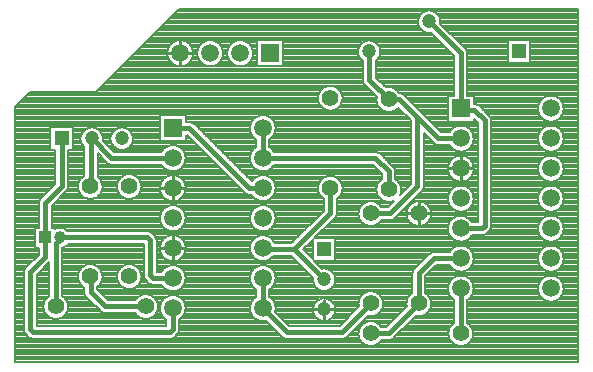
<source format=gbl>
%FSTAX23Y23*%
%MOIN*%
%SFA1B1*%

%IPPOS*%
%ADD10C,0.015748*%
%ADD11C,0.055118*%
%ADD12C,0.047244*%
%ADD13R,0.047244X0.047244*%
%ADD14R,0.039370X0.039370*%
%ADD15C,0.039370*%
%ADD16C,0.059055*%
%ADD17R,0.059055X0.059055*%
%ADD18R,0.047244X0.047244*%
%ADD19C,0.050000*%
%ADD20C,0.039370*%
%ADD21C,0.008000*%
%ADD22C,0.010000*%
%LNntc-1*%
%LPD*%
G54D10*
X0315Y03805D02*
X03155Y038D01*
X0255Y03183D02*
Y0319D01*
X02537Y03171D02*
X0255Y03183D01*
X02535Y0296D02*
D01*
Y0316D02*
X02537Y03162D01*
X02535Y0296D02*
Y0316D01*
X02537Y03162D02*
Y03171D01*
X02651Y03008D02*
X027Y0296D01*
X02835*
X0265Y0306D02*
X02651Y03058D01*
Y03008D02*
Y03058D01*
X02925Y03555D02*
X0298D01*
X0255Y0319D02*
X0284D01*
X0285Y03064D02*
Y0318D01*
X0284Y0319D02*
X0285Y0318D01*
X0265Y0336D02*
X02652Y03362D01*
Y03517*
X02655Y0352*
X0272Y03455*
X0298Y03555D02*
X0318Y03355D01*
X03225*
X03885Y0362D02*
Y03805D01*
X0378Y0391D02*
X03885Y03805D01*
X0389Y03615D02*
X0393D01*
X03885Y0362D02*
X0389Y03615D01*
X03955Y0322D02*
X03965Y03229D01*
Y0358*
X03885Y0322D02*
X03955D01*
X0393Y03615D02*
X03965Y0358D01*
X0358Y03715D02*
X03645Y0365D01*
X0358Y03715D02*
Y0381D01*
X0374Y0359D02*
X0381Y0352D01*
X03885*
X03645Y0365D02*
X0368D01*
X0374Y0359*
Y0336D02*
Y0359D01*
X03585Y0327D02*
X0365D01*
X0374Y0336*
X03225Y03455D02*
X036D01*
X03645Y0335D02*
Y0341D01*
X036Y03455D02*
X03645Y0341D01*
X03225Y03455D02*
Y03555D01*
X0345Y0327D02*
Y03355D01*
X03329Y0315D02*
X0345Y0327D01*
X03329Y0315D02*
X03429Y0305D01*
X0323Y0315D02*
X03329D01*
X03225Y03155D02*
X0323Y0315D01*
X03795Y0312D02*
X03885D01*
X03745Y0307D02*
X03795Y0312D01*
X03745Y0297D02*
Y0307D01*
X03885Y0287D02*
Y0302D01*
X03645Y0287D02*
X03745Y0297D01*
X03585Y0287D02*
X03645D01*
X03305Y02875D02*
X0349D01*
X03585Y0297*
X03225Y02955D02*
X03305Y02875D01*
X03225Y02955D02*
Y03055D01*
X025Y03125D02*
Y0319D01*
X0245Y03075D02*
X025Y03125D01*
X02459Y02875D02*
X02915D01*
X0245Y02884D02*
X02459Y02875D01*
X0245Y02884D02*
Y03075D01*
X02925Y02884D02*
Y02955D01*
X02915Y02875D02*
X02925Y02884D01*
X0272Y03455D02*
X02925D01*
X02859Y03055D02*
X02925D01*
X0285Y03064D02*
X02859Y03055D01*
X025Y0319D02*
Y03305D01*
X02555Y0336*
Y0352*
G54D11*
X03585Y0287D03*
X03885D03*
X0278Y0336D03*
Y0306D03*
X03745Y0327D03*
Y0297D03*
X02835Y0296D03*
X02535D03*
X0265Y0306D03*
Y0336D03*
X03645Y0365D03*
Y0335D03*
X03585Y0327D03*
Y0297D03*
X0345Y03655D03*
Y03355D03*
G54D12*
X02755Y0352D03*
X02655D03*
X0378Y0391D03*
X0358Y0381D03*
X03429Y0295D03*
Y0305D03*
G54D13*
X02555Y0352D03*
X0408Y0381D03*
G54D14*
X025Y0319D03*
G54D15*
X0255Y0319D03*
G54D16*
X03225Y02955D03*
Y03055D03*
Y03155D03*
Y03255D03*
Y03355D03*
Y03455D03*
Y03555D03*
X02925Y02955D03*
Y03055D03*
Y03155D03*
Y03255D03*
Y03355D03*
Y03455D03*
X04185Y0302D03*
Y0312D03*
Y0322D03*
Y0332D03*
Y0342D03*
Y0352D03*
Y0362D03*
X03885Y0302D03*
Y0312D03*
Y0322D03*
Y0332D03*
Y0342D03*
Y0352D03*
X0295Y03805D03*
X0305D03*
X0315D03*
G54D17*
X02925Y03555D03*
X03885Y0362D03*
X0325Y03805D03*
G54D18*
X03429Y0315D03*
G54D19*
X0305Y03805D03*
X03885Y0302D03*
X02835Y0296D03*
X02925Y03255D03*
Y03555D03*
X0278Y0336D03*
X0265D03*
X0278Y0306D03*
X0325Y03805D03*
X03885Y0332D03*
G54D20*
X0255Y0319D03*
G54D21*
X03945Y0363D02*
D01*
X03944Y03631*
X03943Y03632*
X03941Y03633*
X0394Y03633*
X03939Y03634*
X03937Y03635*
X03936Y03635*
X03934Y03636*
X03933Y03636*
X03931Y03636*
X0393Y03636*
X0393Y03636*
X04228Y0362D02*
D01*
X04228Y03623*
X04227Y03626*
X04227Y03629*
X04226Y03631*
X04225Y03634*
X04224Y03637*
X04223Y0364*
X04221Y03642*
X0422Y03645*
X04218Y03647*
X04216Y0365*
X04214Y03652*
X04211Y03654*
X04209Y03655*
X04206Y03657*
X04204Y03658*
X04201Y0366*
X04198Y03661*
X04195Y03662*
X04192Y03662*
X04189Y03663*
X04186Y03663*
X04183*
X0418Y03663*
X04177Y03662*
X04174Y03662*
X04171Y03661*
X04168Y0366*
X04165Y03658*
X04163Y03657*
X0416Y03655*
X04158Y03654*
X04155Y03652*
X04153Y0365*
X04151Y03647*
X04149Y03645*
X04148Y03642*
X04146Y0364*
X04145Y03637*
X04144Y03634*
X04143Y03631*
X04142Y03629*
X04142Y03626*
X04141Y03623*
X04141Y0362*
X04141Y03616*
X04142Y03613*
X04142Y0361*
X04143Y03608*
X04144Y03605*
X04145Y03602*
X04146Y03599*
X04148Y03597*
X04149Y03594*
X04151Y03592*
X04153Y03589*
X04155Y03587*
X04158Y03585*
X0416Y03584*
X04163Y03582*
X04165Y03581*
X04168Y03579*
X04171Y03578*
X04174Y03577*
X04177Y03577*
X0418Y03576*
X04183Y03576*
X04186*
X04189Y03576*
X04192Y03577*
X04195Y03577*
X04198Y03578*
X04201Y03579*
X04204Y03581*
X04206Y03582*
X04209Y03584*
X04211Y03585*
X04214Y03587*
X04216Y03589*
X04218Y03592*
X0422Y03594*
X04221Y03597*
X04223Y03599*
X04224Y03602*
X04225Y03605*
X04226Y03608*
X04227Y0361*
X04227Y03613*
X04228Y03616*
X04228Y0362*
Y0352D02*
D01*
X04228Y03523*
X04227Y03526*
X04227Y03529*
X04226Y03531*
X04225Y03534*
X04224Y03537*
X04223Y0354*
X04221Y03542*
X0422Y03545*
X04218Y03547*
X04216Y0355*
X04214Y03552*
X04211Y03554*
X04209Y03555*
X04206Y03557*
X04204Y03558*
X04201Y0356*
X04198Y03561*
X04195Y03562*
X04192Y03562*
X04189Y03563*
X04186Y03563*
X04183*
X0418Y03563*
X04177Y03562*
X04174Y03562*
X04171Y03561*
X04168Y0356*
X04165Y03558*
X04163Y03557*
X0416Y03555*
X04158Y03554*
X04155Y03552*
X04153Y0355*
X04151Y03547*
X04149Y03545*
X04148Y03542*
X04146Y0354*
X04145Y03537*
X04144Y03534*
X04143Y03531*
X04142Y03529*
X04142Y03526*
X04141Y03523*
X04141Y0352*
X04141Y03516*
X04142Y03513*
X04142Y0351*
X04143Y03508*
X04144Y03505*
X04145Y03502*
X04146Y03499*
X04148Y03497*
X04149Y03494*
X04151Y03492*
X04153Y03489*
X04155Y03487*
X04158Y03485*
X0416Y03484*
X04163Y03482*
X04165Y03481*
X04168Y03479*
X04171Y03478*
X04174Y03477*
X04177Y03477*
X0418Y03476*
X04183Y03476*
X04186*
X04189Y03476*
X04192Y03477*
X04195Y03477*
X04198Y03478*
X04201Y03479*
X04204Y03481*
X04206Y03482*
X04209Y03484*
X04211Y03485*
X04214Y03487*
X04216Y03489*
X04218Y03492*
X0422Y03494*
X04221Y03497*
X04223Y03499*
X04224Y03502*
X04225Y03505*
X04226Y03508*
X04227Y0351*
X04227Y03513*
X04228Y03516*
X04228Y0352*
X03945Y0363D02*
D01*
X03944Y03631*
X03943Y03632*
X03941Y03633*
X0394Y03633*
X03939Y03634*
X03937Y03635*
X03936Y03635*
X03934Y03636*
X03933Y03636*
X03931Y03636*
X0393Y03636*
X0393Y03636*
X03986Y0358D02*
D01*
X03986Y03581*
X03986Y03583*
X03986Y03584*
X03985Y03585*
X03985Y03587*
X03984Y03588*
X03984Y0359*
X03983Y03591*
X03982Y03592*
X03981Y03593*
X0398Y03595*
X0398Y03595*
X03986Y0358D02*
D01*
X03986Y03581*
X03986Y03583*
X03986Y03584*
X03985Y03585*
X03985Y03587*
X03984Y03588*
X03984Y0359*
X03983Y03591*
X03982Y03592*
X03981Y03593*
X0398Y03595*
X0398Y03595*
X04228Y0342D02*
D01*
X04228Y03423*
X04227Y03426*
X04227Y03429*
X04226Y03431*
X04225Y03434*
X04224Y03437*
X04223Y0344*
X04221Y03442*
X0422Y03445*
X04218Y03447*
X04216Y0345*
X04214Y03452*
X04211Y03454*
X04209Y03455*
X04206Y03457*
X04204Y03458*
X04201Y0346*
X04198Y03461*
X04195Y03462*
X04192Y03462*
X04189Y03463*
X04186Y03463*
X04183*
X0418Y03463*
X04177Y03462*
X04174Y03462*
X04171Y03461*
X04168Y0346*
X04165Y03458*
X04163Y03457*
X0416Y03455*
X04158Y03454*
X04155Y03452*
X04153Y0345*
X04151Y03447*
X04149Y03445*
X04148Y03442*
X04146Y0344*
X04145Y03437*
X04144Y03434*
X04143Y03431*
X04142Y03429*
X04142Y03426*
X04141Y03423*
X04141Y0342*
X04141Y03416*
X04142Y03413*
X04142Y0341*
X04143Y03408*
X04144Y03405*
X04145Y03402*
X04146Y03399*
X04148Y03397*
X04149Y03394*
X04151Y03392*
X04153Y03389*
X04155Y03387*
X04158Y03385*
X0416Y03384*
X04163Y03382*
X04165Y03381*
X04168Y03379*
X04171Y03378*
X04174Y03377*
X04177Y03377*
X0418Y03376*
X04183Y03376*
X04186*
X04189Y03376*
X04192Y03377*
X04195Y03377*
X04198Y03378*
X04201Y03379*
X04204Y03381*
X04206Y03382*
X04209Y03384*
X04211Y03385*
X04214Y03387*
X04216Y03389*
X04218Y03392*
X0422Y03394*
X04221Y03397*
X04223Y03399*
X04224Y03402*
X04225Y03405*
X04226Y03408*
X04227Y0341*
X04227Y03413*
X04228Y03416*
X04228Y0342*
X03928D02*
D01*
X03928Y03423*
X03928Y03426*
X03927Y03429*
X03926Y03431*
X03925Y03434*
X03924Y03437*
X03923Y0344*
X03921Y03443*
X0392Y03445*
X03918Y03447*
X03916Y0345*
X03914Y03452*
X03911Y03454*
X03909Y03456*
X03906Y03457*
X03904Y03459*
X03901Y0346*
X03898Y03461*
X03895Y03462*
X03892Y03462*
X03889Y03463*
X03886Y03463*
X03883*
X0388Y03463*
X03877Y03462*
X03874Y03462*
X03871Y03461*
X03868Y0346*
X03865Y03459*
X03863Y03457*
X0386Y03456*
X03858Y03454*
X03855Y03452*
X03853Y0345*
X03851Y03447*
X03849Y03445*
X03848Y03443*
X03846Y0344*
X03845Y03437*
X03844Y03434*
X03843Y03431*
X03842Y03429*
X03841Y03426*
X03841Y03423*
X03841Y0342*
X03841Y03416*
X03841Y03413*
X03842Y0341*
X03843Y03408*
X03844Y03405*
X03845Y03402*
X03846Y03399*
X03848Y03396*
X03849Y03394*
X03851Y03392*
X03853Y03389*
X03855Y03387*
X03858Y03385*
X0386Y03383*
X03863Y03382*
X03865Y0338*
X03868Y03379*
X03871Y03378*
X03874Y03377*
X03877Y03377*
X0388Y03376*
X03883Y03376*
X03886*
X03889Y03376*
X03892Y03377*
X03895Y03377*
X03898Y03378*
X03901Y03379*
X03904Y0338*
X03906Y03382*
X03909Y03383*
X03911Y03385*
X03914Y03387*
X03916Y03389*
X03918Y03392*
X0392Y03394*
X03921Y03396*
X03923Y03399*
X03924Y03402*
X03925Y03405*
X03926Y03408*
X03927Y0341*
X03928Y03413*
X03928Y03416*
X03928Y0342*
X03906Y03805D02*
D01*
X03906Y03806*
X03906Y03808*
X03906Y03809*
X03905Y0381*
X03905Y03812*
X03904Y03813*
X03904Y03815*
X03903Y03816*
X03902Y03817*
X03901Y03818*
X039Y0382*
X039Y0382*
X03906Y03805D02*
D01*
X03906Y03806*
X03906Y03808*
X03906Y03809*
X03905Y0381*
X03905Y03812*
X03904Y03813*
X03904Y03815*
X03903Y03816*
X03902Y03817*
X03901Y03818*
X039Y0382*
X039Y0382*
X03817Y0391D02*
D01*
X03817Y03912*
X03817Y03915*
X03816Y03917*
X03816Y0392*
X03815Y03922*
X03814Y03925*
X03813Y03927*
X03811Y03929*
X0381Y03932*
X03808Y03934*
X03806Y03936*
X03805Y03937*
X03803Y03939*
X038Y03941*
X03798Y03942*
X03796Y03943*
X03794Y03944*
X03791Y03945*
X03789Y03946*
X03786Y03946*
X03783Y03947*
X03781Y03947*
X03778*
X03776Y03947*
X03773Y03946*
X0377Y03946*
X03768Y03945*
X03765Y03944*
X03763Y03943*
X03761Y03942*
X03759Y03941*
X03756Y03939*
X03754Y03937*
X03753Y03936*
X03751Y03934*
X03749Y03932*
X03748Y03929*
X03746Y03927*
X03745Y03925*
X03744Y03922*
X03743Y0392*
X03743Y03917*
X03742Y03915*
X03742Y03912*
X03742Y0391*
X03742Y03907*
X03742Y03904*
X03743Y03902*
X03743Y03899*
X03744Y03897*
X03745Y03894*
X03746Y03892*
X03748Y0389*
X03749Y03887*
X03751Y03885*
X03753Y03883*
X03754Y03882*
X03756Y0388*
X03759Y03878*
X03761Y03877*
X03763Y03876*
X03765Y03875*
X03768Y03874*
X0377Y03873*
X03773Y03873*
X03776Y03872*
X03778Y03872*
X03781*
X03783Y03872*
X03786Y03873*
X03816Y03903D02*
D01*
X03817Y03906*
X03817Y03908*
X03817Y0391*
X03695Y03665D02*
D01*
X03694Y03666*
X03693Y03667*
X03691Y03668*
X0369Y03668*
X03689Y03669*
X03687Y0367*
X03686Y0367*
X03684Y03671*
X03683Y03671*
X03681Y03671*
X0368Y03671*
X0368Y03671*
D01*
X03678Y03674*
X03676Y03676*
X03674Y03678*
X03672Y0368*
X0367Y03682*
X03668Y03684*
X03665Y03685*
X03663Y03687*
X0366Y03688*
X03658Y03689*
X03655Y0369*
X03652Y0369*
X03649Y03691*
X03646Y03691*
X03643Y03691*
X0364Y03691*
X03638Y0369*
X03635Y0369*
X03695Y03665D02*
D01*
X03694Y03666*
X03693Y03667*
X03691Y03668*
X0369Y03668*
X03689Y03669*
X03687Y0367*
X03686Y0367*
X03684Y03671*
X03683Y03671*
X03681Y03671*
X0368Y03671*
X0368Y03671*
X03617Y0381D02*
D01*
X03617Y03812*
X03617Y03815*
X03616Y03817*
X03616Y0382*
X03615Y03822*
X03614Y03825*
X03613Y03827*
X03611Y03829*
X0361Y03832*
X03608Y03834*
X03606Y03836*
X03605Y03837*
X03603Y03839*
X036Y03841*
X03598Y03842*
X03596Y03843*
X03594Y03844*
X03591Y03845*
X03589Y03846*
X03586Y03846*
X03583Y03847*
X03581Y03847*
X03578*
X03576Y03847*
X03573Y03846*
X0357Y03846*
X03568Y03845*
X03565Y03844*
X03563Y03843*
X03561Y03842*
X03559Y03841*
X03556Y03839*
X03554Y03837*
X03553Y03836*
X03551Y03834*
X03549Y03832*
X03548Y03829*
X03546Y03827*
X03545Y03825*
X03544Y03822*
X03543Y0382*
X03543Y03817*
X03542Y03815*
X03542Y03812*
X03542Y0381*
X03542Y03807*
X03542Y03804*
X03543Y03802*
X03543Y03799*
X03544Y03797*
X03545Y03794*
X03546Y03792*
X03548Y0379*
X03549Y03787*
X03551Y03785*
X03553Y03783*
X03554Y03782*
X03556Y0378*
X03558Y03779*
X03601D02*
D01*
X03603Y03781*
X03605Y03782*
X03607Y03784*
X03609Y03786*
X0361Y03788*
X03612Y0379*
X03613Y03793*
X03614Y03795*
X03615Y03798*
X03616Y038*
X03616Y03803*
X03617Y03805*
X03617Y03808*
X03617Y0381*
X03604Y03659D02*
D01*
X03604Y03656*
X03603Y03653*
X03603Y0365*
X03603Y03648*
X03603Y03645*
X03604Y03642*
X03604Y03639*
X03605Y03636*
X03606Y03634*
X03607Y03631*
X03609Y03628*
X0361Y03626*
X03612Y03624*
X03614Y03621*
X03616Y03619*
X03618Y03617*
X03621Y03616*
X03623Y03614*
X03625Y03613*
X03628Y03611*
X03631Y0361*
X03634Y0361*
X03636Y03609*
X03639Y03608*
X03642Y03608*
X03645Y03608*
X03648Y03608*
X03651Y03609*
X03654Y03609*
X03656Y0361*
X03659Y03611*
X03662Y03612*
X03664Y03613*
X03667Y03615*
X03669Y03616*
X03671Y03618*
X03674Y0362*
X03676Y03622*
X03676Y03622*
X03558Y03715D02*
D01*
X03558Y03713*
X03558Y03711*
X03558Y0371*
X03559Y03709*
X03559Y03707*
X0356Y03706*
X0356Y03704*
X03561Y03703*
X03562Y03702*
X03563Y03701*
X03564Y03699*
X03564Y03699*
X03558Y03715D02*
D01*
X03558Y03713*
X03558Y03711*
X03558Y0371*
X03559Y03709*
X03559Y03707*
X0356Y03706*
X0356Y03704*
X03561Y03703*
X03562Y03702*
X03563Y03701*
X03564Y03699*
X03564Y03699*
X03491Y03655D02*
D01*
X03491Y03657*
X0349Y0366*
X0349Y03663*
X03489Y03666*
X03488Y03669*
X03487Y03671*
X03486Y03674*
X03485Y03676*
X03483Y03679*
X03481Y03681*
X03479Y03683*
X03477Y03685*
X03475Y03687*
X03473Y03689*
X0347Y0369*
X03468Y03692*
X03465Y03693*
X03462Y03694*
X0346Y03695*
X03457Y03695*
X03454Y03696*
X03451Y03696*
X03448*
X03445Y03696*
X03442Y03695*
X03439Y03695*
X03437Y03694*
X03434Y03693*
X03431Y03692*
X03429Y0369*
X03426Y03689*
X03424Y03687*
X03422Y03685*
X0342Y03683*
X03418Y03681*
X03416Y03679*
X03414Y03676*
X03413Y03674*
X03412Y03671*
X03411Y03669*
X0341Y03666*
X03409Y03663*
X03409Y0366*
X03408Y03657*
X03408Y03655*
X03408Y03652*
X03409Y03649*
X03409Y03646*
X0341Y03643*
X03411Y0364*
X03412Y03638*
X03413Y03635*
X03414Y03633*
X03416Y0363*
X03418Y03628*
X0342Y03626*
X03422Y03624*
X03424Y03622*
X03426Y0362*
X03429Y03619*
X03431Y03617*
X03434Y03616*
X03437Y03615*
X03439Y03614*
X03442Y03614*
X03445Y03613*
X03448Y03613*
X03451*
X03454Y03613*
X03457Y03614*
X0346Y03614*
X03462Y03615*
X03465Y03616*
X03468Y03617*
X0347Y03619*
X03473Y0362*
X03475Y03622*
X03477Y03624*
X03479Y03626*
X03481Y03628*
X03483Y0363*
X03485Y03633*
X03486Y03635*
X03487Y03638*
X03488Y0364*
X03489Y03643*
X0349Y03646*
X0349Y03649*
X03491Y03652*
X03491Y03655*
X03928Y0352D02*
D01*
X03928Y03523*
X03927Y03526*
X03927Y03529*
X03926Y03531*
X03925Y03534*
X03924Y03537*
X03923Y0354*
X03921Y03542*
X0392Y03545*
X03918Y03547*
X03916Y0355*
X03914Y03552*
X03911Y03554*
X03909Y03555*
X03906Y03557*
X03904Y03558*
X03901Y0356*
X03898Y03561*
X03895Y03562*
X03892Y03562*
X03889Y03563*
X03886Y03563*
X03883*
X0388Y03563*
X03877Y03562*
X03874Y03562*
X03871Y03561*
X03868Y0356*
X03865Y03558*
X03863Y03557*
X0386Y03555*
X03858Y03554*
X03855Y03552*
X03853Y0355*
X03851Y03547*
X03849Y03545*
X03848Y03542*
X03847Y03541*
Y03498D02*
D01*
X03849Y03495*
X0385Y03493*
X03852Y0349*
X03854Y03488*
X03857Y03486*
X03859Y03484*
X03862Y03483*
X03864Y03481*
X03867Y0348*
X0387Y03479*
X03873Y03478*
X03876Y03477*
X03879Y03477*
X03882Y03476*
X03885Y03476*
X03888Y03476*
X03891Y03477*
X03894Y03477*
X03896Y03478*
X03899Y03479*
X03902Y0348*
X03905Y03481*
X03908Y03483*
X0391Y03484*
X03912Y03486*
X03915Y03488*
X03917Y03491*
X03919Y03493*
X0392Y03495*
X03922Y03498*
X03923Y03501*
X03925Y03503*
X03926Y03506*
X03927Y03509*
X03927Y03512*
X03928Y03515*
X03928Y03518*
X03928Y0352*
X03794Y03504D02*
D01*
X03795Y03503*
X03796Y03502*
X03798Y03501*
X03799Y03501*
X038Y035*
X03802Y03499*
X03803Y03499*
X03805Y03498*
X03806Y03498*
X03808Y03498*
X03809Y03498*
X0381Y03498*
X03794Y03504D02*
D01*
X03795Y03503*
X03796Y03502*
X03798Y03501*
X03799Y03501*
X038Y035*
X03802Y03499*
X03803Y03499*
X03805Y03498*
X03806Y03498*
X03808Y03498*
X03809Y03498*
X0381Y03498*
X03755Y03344D02*
D01*
X03756Y03345*
X03757Y03346*
X03758Y03348*
X03758Y03349*
X03759Y0335*
X0376Y03352*
X0376Y03353*
X03761Y03355*
X03761Y03356*
X03761Y03358*
X03761Y03359*
X03761Y0336*
X03755Y03344D02*
D01*
X03756Y03345*
X03757Y03346*
X03758Y03348*
X03758Y03349*
X03759Y0335*
X0376Y03352*
X0376Y03353*
X03761Y03355*
X03761Y03356*
X03761Y03358*
X03761Y03359*
X03761Y0336*
X03615Y0347D02*
D01*
X03614Y03471*
X03613Y03472*
X03611Y03473*
X0361Y03473*
X03609Y03474*
X03607Y03475*
X03606Y03475*
X03604Y03476*
X03603Y03476*
X03601Y03476*
X036Y03476*
X036Y03476*
X03615Y0347D02*
D01*
X03614Y03471*
X03613Y03472*
X03611Y03473*
X0361Y03473*
X03609Y03474*
X03607Y03475*
X03606Y03475*
X03604Y03476*
X03603Y03476*
X03601Y03476*
X036Y03476*
X036Y03476*
X03666Y0341D02*
D01*
X03666Y03411*
X03666Y03413*
X03666Y03414*
X03665Y03415*
X03665Y03417*
X03664Y03418*
X03664Y0342*
X03663Y03421*
X03662Y03422*
X03661Y03423*
X0366Y03425*
X0366Y03425*
X03666Y0341D02*
D01*
X03666Y03411*
X03666Y03413*
X03666Y03414*
X03665Y03415*
X03665Y03417*
X03664Y03418*
X03664Y0342*
X03663Y03421*
X03662Y03422*
X03661Y03423*
X0366Y03425*
X0366Y03425*
X03686Y0335D02*
D01*
X03686Y03352*
X03685Y03355*
X03685Y03358*
X03684Y03361*
X03683Y03364*
X03682Y03366*
X03681Y03369*
X0368Y03371*
X03678Y03374*
X03676Y03376*
X03674Y03378*
X03672Y0338*
X0367Y03382*
X03668Y03384*
X03666Y03385*
X03683Y03333D02*
D01*
X03684Y03336*
X03684Y03339*
X03685Y03342*
X03686Y03344*
X03686Y03347*
X03686Y0335*
X03491Y03355D02*
D01*
X03491Y03357*
X0349Y0336*
X0349Y03363*
X03489Y03366*
X03488Y03369*
X03487Y03371*
X03486Y03374*
X03485Y03376*
X03483Y03379*
X03481Y03381*
X03479Y03383*
X03477Y03385*
X03475Y03387*
X03473Y03389*
X0347Y0339*
X03468Y03392*
X03465Y03393*
X03462Y03394*
X0346Y03395*
X03457Y03395*
X03454Y03396*
X03451Y03396*
X03448*
X03445Y03396*
X03442Y03395*
X03439Y03395*
X03437Y03394*
X03434Y03393*
X03431Y03392*
X03429Y0339*
X03426Y03389*
X03424Y03387*
X03422Y03385*
X0342Y03383*
X03418Y03381*
X03416Y03379*
X03414Y03376*
X03413Y03374*
X03412Y03371*
X03411Y03369*
X0341Y03366*
X03409Y03363*
X03409Y0336*
X03408Y03357*
X03408Y03355*
X03408Y03352*
X03409Y03349*
X03409Y03346*
X0341Y03343*
X03411Y0334*
X03412Y03338*
X03413Y03335*
X03414Y03333*
X03416Y0333*
X03418Y03328*
X0342Y03326*
X03422Y03324*
X03424Y03322*
X03426Y0332*
X03428Y03319*
X04228Y0332D02*
D01*
X04228Y03323*
X04227Y03326*
X04227Y03329*
X04226Y03331*
X04225Y03334*
X04224Y03337*
X04223Y0334*
X04221Y03342*
X0422Y03345*
X04218Y03347*
X04216Y0335*
X04214Y03352*
X04211Y03354*
X04209Y03355*
X04206Y03357*
X04204Y03358*
X04201Y0336*
X04198Y03361*
X04195Y03362*
X04192Y03362*
X04189Y03363*
X04186Y03363*
X04183*
X0418Y03363*
X04177Y03362*
X04174Y03362*
X04171Y03361*
X04168Y0336*
X04165Y03358*
X04163Y03357*
X0416Y03355*
X04158Y03354*
X04155Y03352*
X04153Y0335*
X04151Y03347*
X04149Y03345*
X04148Y03342*
X04146Y0334*
X04145Y03337*
X04144Y03334*
X04143Y03331*
X04142Y03329*
X04142Y03326*
X04141Y03323*
X04141Y0332*
X04141Y03316*
X04142Y03313*
X04142Y0331*
X04143Y03308*
X04144Y03305*
X04145Y03302*
X04146Y03299*
X04148Y03297*
X04149Y03294*
X04151Y03292*
X04153Y03289*
X04155Y03287*
X04158Y03285*
X0416Y03284*
X04163Y03282*
X04165Y03281*
X04168Y03279*
X04171Y03278*
X04174Y03277*
X04177Y03277*
X0418Y03276*
X04183Y03276*
X04186*
X04189Y03276*
X04192Y03277*
X04195Y03277*
X04198Y03278*
X04201Y03279*
X04204Y03281*
X04206Y03282*
X04209Y03284*
X04211Y03285*
X04214Y03287*
X04216Y03289*
X04218Y03292*
X0422Y03294*
X04221Y03297*
X04223Y03299*
X04224Y03302*
X04225Y03305*
X04226Y03308*
X04227Y0331*
X04227Y03313*
X04228Y03316*
X04228Y0332*
Y0322D02*
D01*
X04228Y03223*
X04227Y03226*
X04227Y03229*
X04226Y03231*
X04225Y03234*
X04224Y03237*
X04223Y0324*
X04221Y03242*
X0422Y03245*
X04218Y03247*
X04216Y0325*
X04214Y03252*
X04211Y03254*
X04209Y03255*
X04206Y03257*
X04204Y03258*
X04201Y0326*
X04198Y03261*
X04195Y03262*
X04192Y03262*
X04189Y03263*
X04186Y03263*
X04183*
X0418Y03263*
X04177Y03262*
X04174Y03262*
X04171Y03261*
X04168Y0326*
X04165Y03258*
X04163Y03257*
X0416Y03255*
X04158Y03254*
X04155Y03252*
X04153Y0325*
X04151Y03247*
X04149Y03245*
X04148Y03242*
X04146Y0324*
X04145Y03237*
X04144Y03234*
X04143Y03231*
X04142Y03229*
X04142Y03226*
X04141Y03223*
X04141Y0322*
X04141Y03216*
X04142Y03213*
X04142Y0321*
X04143Y03208*
X04144Y03205*
X04145Y03202*
X04146Y03199*
X04148Y03197*
X04149Y03194*
X04151Y03192*
X04153Y03189*
X04155Y03187*
X04158Y03185*
X0416Y03184*
X04163Y03182*
X04165Y03181*
X04168Y03179*
X04171Y03178*
X04174Y03177*
X04177Y03177*
X0418Y03176*
X04183Y03176*
X04186*
X04189Y03176*
X04192Y03177*
X04195Y03177*
X04198Y03178*
X04201Y03179*
X04204Y03181*
X04206Y03182*
X04209Y03184*
X04211Y03185*
X04214Y03187*
X04216Y03189*
X04218Y03192*
X0422Y03194*
X04221Y03197*
X04223Y03199*
X04224Y03202*
X04225Y03205*
X04226Y03208*
X04227Y0321*
X04227Y03213*
X04228Y03216*
X04228Y0322*
X0398Y03213D02*
D01*
X03981Y03214*
X03982Y03216*
X03983Y03217*
X03983Y03218*
X03984Y0322*
X03985Y03221*
X03985Y03222*
X03986Y03224*
X03986Y03225*
X03986Y03227*
X03986Y03228*
X03986Y03229*
X0398Y03213D02*
D01*
X03981Y03214*
X03982Y03216*
X03983Y03217*
X03983Y03218*
X03984Y0322*
X03985Y03221*
X03985Y03222*
X03986Y03224*
X03986Y03225*
X03986Y03227*
X03986Y03228*
X03986Y03229*
X04228Y0312D02*
D01*
X04228Y03123*
X04227Y03126*
X04227Y03129*
X04226Y03131*
X04225Y03134*
X04224Y03137*
X04223Y0314*
X04221Y03142*
X0422Y03145*
X04218Y03147*
X04216Y0315*
X04214Y03152*
X04211Y03154*
X04209Y03155*
X04206Y03157*
X04204Y03158*
X04201Y0316*
X04198Y03161*
X04195Y03162*
X04192Y03162*
X04189Y03163*
X04186Y03163*
X04183*
X0418Y03163*
X04177Y03162*
X04174Y03162*
X04171Y03161*
X04168Y0316*
X04165Y03158*
X04163Y03157*
X0416Y03155*
X04158Y03154*
X04155Y03152*
X04153Y0315*
X04151Y03147*
X04149Y03145*
X04148Y03142*
X04146Y0314*
X04145Y03137*
X04144Y03134*
X04143Y03131*
X04142Y03129*
X04142Y03126*
X04141Y03123*
X04141Y0312*
X04141Y03116*
X04142Y03113*
X04142Y0311*
X04143Y03108*
X04144Y03105*
X04145Y03102*
X04146Y03099*
X04148Y03097*
X04149Y03094*
X04151Y03092*
X04153Y03089*
X04155Y03087*
X04158Y03085*
X0416Y03084*
X04163Y03082*
X04165Y03081*
X04168Y03079*
X04171Y03078*
X04174Y03077*
X04177Y03077*
X0418Y03076*
X04183Y03076*
X04186*
X04189Y03076*
X04192Y03077*
X04195Y03077*
X04198Y03078*
X04201Y03079*
X04204Y03081*
X04206Y03082*
X04209Y03084*
X04211Y03085*
X04214Y03087*
X04216Y03089*
X04218Y03092*
X0422Y03094*
X04221Y03097*
X04223Y03099*
X04224Y03102*
X04225Y03105*
X04226Y03108*
X04227Y0311*
X04227Y03113*
X04228Y03116*
X04228Y0312*
X03955Y03198D02*
D01*
X03957Y03198*
X03958Y03198*
X0396Y03198*
X03961Y03199*
X03963Y03199*
X03964Y032*
X03965Y032*
X03967Y03201*
X03968Y03202*
X03969Y03203*
X0397Y03204*
X03971Y03204*
X03928Y0332D02*
D01*
X03928Y03323*
X03927Y03326*
X03927Y03329*
X03926Y03331*
X03925Y03334*
X03924Y03337*
X03923Y0334*
X03921Y03342*
X0392Y03345*
X03918Y03347*
X03916Y0335*
X03914Y03352*
X03911Y03354*
X03909Y03355*
X03906Y03357*
X03904Y03358*
X03901Y0336*
X03898Y03361*
X03895Y03362*
X03892Y03362*
X03889Y03363*
X03886Y03363*
X03883*
X0388Y03363*
X03877Y03362*
X03874Y03362*
X03871Y03361*
X03868Y0336*
X03865Y03358*
X03863Y03357*
X0386Y03355*
X03858Y03354*
X03855Y03352*
X03853Y0335*
X03851Y03347*
X03849Y03345*
X03848Y03342*
X03846Y0334*
X03845Y03337*
X03844Y03334*
X03843Y03331*
X03842Y03329*
X03842Y03326*
X03841Y03323*
X03841Y0332*
X03841Y03316*
X03842Y03313*
X03842Y0331*
X03843Y03308*
X03844Y03305*
X03845Y03302*
X03846Y03299*
X03848Y03297*
X03849Y03294*
X03851Y03292*
X03853Y03289*
X03855Y03287*
X03858Y03285*
X0386Y03284*
X03863Y03282*
X03865Y03281*
X03868Y03279*
X03871Y03278*
X03874Y03277*
X03877Y03277*
X0388Y03276*
X03883Y03276*
X03886*
X03889Y03276*
X03892Y03277*
X03895Y03277*
X03898Y03278*
X03901Y03279*
X03904Y03281*
X03906Y03282*
X03909Y03284*
X03911Y03285*
X03914Y03287*
X03916Y03289*
X03918Y03292*
X0392Y03294*
X03921Y03297*
X03923Y03299*
X03924Y03302*
X03925Y03305*
X03926Y03308*
X03927Y0331*
X03927Y03313*
X03928Y03316*
X03928Y0332*
X03955Y03198D02*
D01*
X03957Y03198*
X03958Y03198*
X0396Y03198*
X03961Y03199*
X03963Y03199*
X03964Y032*
X03965Y032*
X03967Y03201*
X03968Y03202*
X03969Y03203*
X0397Y03204*
X03971Y03204*
X03922Y03241D02*
D01*
X0392Y03244*
X03919Y03246*
X03917Y03249*
X03915Y03251*
X03912Y03253*
X0391Y03255*
X03907Y03256*
X03905Y03258*
X03902Y03259*
X03899Y0326*
X03896Y03261*
X03893Y03262*
X0389Y03262*
X03887Y03263*
X03884Y03263*
X03881Y03263*
X03878Y03262*
X03875Y03262*
X03873Y03261*
X0387Y0326*
X03867Y03259*
X03864Y03258*
X03861Y03256*
X03859Y03255*
X03857Y03253*
X03854Y03251*
X03852Y03248*
X0385Y03246*
X03849Y03244*
X03847Y03241*
X03846Y03238*
X03844Y03236*
X03843Y03233*
X03842Y0323*
X03842Y03227*
X03841Y03224*
X03841Y03221*
X03841Y03218*
X03841Y03215*
X03842Y03212*
X03842Y03209*
X03843Y03206*
X03844Y03203*
X03846Y032*
X03847Y03198*
X03849Y03195*
X0385Y03193*
X03852Y0319*
X03854Y03188*
X03857Y03186*
X03859Y03184*
X03862Y03183*
X03864Y03181*
X03867Y0318*
X0387Y03179*
X03873Y03178*
X03876Y03177*
X03879Y03177*
X03882Y03176*
X03885Y03176*
X03888Y03176*
X03891Y03177*
X03894Y03177*
X03896Y03178*
X03899Y03179*
X03902Y0318*
X03905Y03181*
X03908Y03183*
X0391Y03184*
X03912Y03186*
X03915Y03188*
X03917Y03191*
X03919Y03193*
X0392Y03195*
X03922Y03198*
X03928Y0312D02*
D01*
X03928Y03123*
X03927Y03126*
X03927Y03129*
X03926Y03131*
X03925Y03134*
X03924Y03137*
X03923Y0314*
X03921Y03142*
X0392Y03145*
X03918Y03147*
X03916Y0315*
X03914Y03152*
X03911Y03154*
X03909Y03155*
X03906Y03157*
X03904Y03158*
X03901Y0316*
X03898Y03161*
X03895Y03162*
X03892Y03162*
X03889Y03163*
X03886Y03163*
X03883*
X0388Y03163*
X03877Y03162*
X03874Y03162*
X03871Y03161*
X03868Y0316*
X03865Y03158*
X03863Y03157*
X0386Y03155*
X03858Y03154*
X03855Y03152*
X03853Y0315*
X03851Y03147*
X03849Y03145*
X03848Y03142*
X03847Y03141*
Y03098D02*
D01*
X03849Y03095*
X0385Y03093*
X03852Y0309*
X03854Y03088*
X03857Y03086*
X03859Y03084*
X03862Y03083*
X03864Y03081*
X03867Y0308*
X0387Y03079*
X03873Y03078*
X03876Y03077*
X03879Y03077*
X03882Y03076*
X03885Y03076*
X03888Y03076*
X03891Y03077*
X03894Y03077*
X03896Y03078*
X03899Y03079*
X03902Y0308*
X03905Y03081*
X03908Y03083*
X0391Y03084*
X03912Y03086*
X03915Y03088*
X03917Y03091*
X03919Y03093*
X0392Y03095*
X03922Y03098*
X03923Y03101*
X03925Y03103*
X03926Y03106*
X03927Y03109*
X03927Y03112*
X03928Y03115*
X03928Y03118*
X03928Y0312*
X04228Y0302D02*
D01*
X04228Y03023*
X04227Y03026*
X04227Y03029*
X04226Y03031*
X04225Y03034*
X04224Y03037*
X04223Y0304*
X04221Y03042*
X0422Y03045*
X04218Y03047*
X04216Y0305*
X04214Y03052*
X04211Y03054*
X04209Y03055*
X04206Y03057*
X04204Y03058*
X04201Y0306*
X04198Y03061*
X04195Y03062*
X04192Y03062*
X04189Y03063*
X04186Y03063*
X04183*
X0418Y03063*
X04177Y03062*
X04174Y03062*
X04171Y03061*
X04168Y0306*
X04165Y03058*
X04163Y03057*
X0416Y03055*
X04158Y03054*
X04155Y03052*
X04153Y0305*
X04151Y03047*
X04149Y03045*
X04148Y03042*
X04146Y0304*
X04145Y03037*
X04144Y03034*
X04143Y03031*
X04142Y03029*
X04142Y03026*
X04141Y03023*
X04141Y0302*
X04141Y03016*
X04142Y03013*
X04142Y0301*
X04143Y03008*
X04144Y03005*
X04145Y03002*
X04146Y02999*
X04148Y02997*
X04149Y02994*
X04151Y02992*
X04153Y02989*
X04155Y02987*
X04158Y02985*
X0416Y02984*
X04163Y02982*
X04165Y02981*
X04168Y02979*
X04171Y02978*
X04174Y02977*
X04177Y02977*
X0418Y02976*
X04183Y02976*
X04186*
X04189Y02976*
X04192Y02977*
X04195Y02977*
X04198Y02978*
X04201Y02979*
X04204Y02981*
X04206Y02982*
X04209Y02984*
X04211Y02985*
X04214Y02987*
X04216Y02989*
X04218Y02992*
X0422Y02994*
X04221Y02997*
X04223Y02999*
X04224Y03002*
X04225Y03005*
X04226Y03008*
X04227Y0301*
X04227Y03013*
X04228Y03016*
X04228Y0302*
X03906Y02982D02*
D01*
X03909Y02984*
X03911Y02985*
X03914Y02987*
X03916Y02989*
X03918Y02992*
X0392Y02994*
X03921Y02997*
X03923Y02999*
X03924Y03002*
X03925Y03005*
X03926Y03008*
X03927Y03011*
X03927Y03014*
X03928Y03017*
X03928Y0302*
D01*
X03928Y03023*
X03927Y03026*
X03927Y03029*
X03926Y03031*
X03925Y03034*
X03924Y03037*
X03923Y0304*
X03921Y03042*
X0392Y03045*
X03918Y03047*
X03916Y0305*
X03914Y03052*
X03911Y03054*
X03909Y03055*
X03906Y03057*
X03904Y03058*
X03901Y0306*
X03898Y03061*
X03895Y03062*
X03892Y03062*
X03889Y03063*
X03886Y03063*
X03883*
X0388Y03063*
X03877Y03062*
X03874Y03062*
X03871Y03061*
X03868Y0306*
X03865Y03058*
X03863Y03057*
X0386Y03055*
X03858Y03054*
X03855Y03052*
X03853Y0305*
X03851Y03047*
X03849Y03045*
X03848Y03042*
X03846Y0304*
X03845Y03037*
X03844Y03034*
X03843Y03031*
X03842Y03029*
X03842Y03026*
X03841Y03023*
X03841Y0302*
X03841Y03016*
X03842Y03013*
X03842Y0301*
X03843Y03008*
X03844Y03005*
X03845Y03002*
X03846Y02999*
X03848Y02997*
X03849Y02994*
X03851Y02992*
X03853Y02989*
X03855Y02987*
X03858Y02985*
X0386Y02984*
X03863Y02982*
X03926Y0287D02*
D01*
X03926Y02872*
X03925Y02875*
X03925Y02878*
X03924Y02881*
X03923Y02884*
X03922Y02886*
X03921Y02889*
X0392Y02891*
X03918Y02894*
X03916Y02896*
X03914Y02898*
X03912Y029*
X0391Y02902*
X03908Y02904*
X03906Y02905*
X03863D02*
D01*
X0386Y02903*
X03858Y02901*
X03856Y02899*
X03854Y02897*
X03852Y02895*
X0385Y02893*
X03849Y0289*
X03847Y02888*
X03846Y02885*
X03845Y02883*
X03844Y0288*
X03844Y02877*
X03843Y02874*
X03843Y02871*
X03843Y02868*
X03843Y02865*
X03844Y02863*
X03844Y0286*
X03845Y02857*
X03846Y02854*
X03847Y02852*
X03849Y02849*
X0385Y02847*
X03852Y02844*
X03854Y02842*
X03856Y0284*
X03858Y02838*
X0386Y02836*
X03862Y02835*
X03865Y02833*
X03867Y02832*
X0387Y02831*
X03873Y0283*
X03876Y02829*
X03878Y02829*
X03881Y02828*
X03884Y02828*
X03887Y02828*
X0389Y02828*
X03893Y02829*
X03896Y0283*
X03898Y02831*
X03901Y02832*
X03904Y02833*
X03906Y02834*
X03909Y02836*
X03911Y02838*
X03913Y0284*
X03915Y02842*
X03917Y02844*
X03919Y02846*
X0392Y02849*
X03922Y02851*
X03923Y02854*
X03924Y02856*
X03925Y02859*
X03925Y02862*
X03926Y02865*
X03926Y02868*
X03926Y0287*
X03623Y03385D02*
D01*
X0362Y03383*
X03618Y03381*
X03616Y03379*
X03614Y03377*
X03612Y03375*
X0361Y03373*
X03609Y0337*
X03607Y03368*
X03606Y03365*
X03605Y03363*
X03604Y0336*
X03604Y03357*
X03603Y03354*
X03603Y03351*
X03603Y03348*
X03603Y03345*
X03604Y03343*
X03604Y0334*
X03605Y03337*
X03606Y03334*
X03607Y03332*
X03609Y03329*
X0361Y03327*
X03612Y03324*
X03614Y03322*
X03616Y0332*
X03618Y03318*
X0362Y03316*
X03622Y03315*
X03625Y03313*
X03627Y03312*
X0363Y03311*
X03633Y0331*
X03636Y03309*
X03638Y03309*
X03641Y03308*
X03644Y03308*
X03647Y03308*
X0365Y03308*
X03653Y03309*
X03656Y0331*
X03658Y03311*
X03661Y03311*
X03471Y03319D02*
D01*
X03474Y03321*
X03476Y03323*
X03478Y03325*
X0348Y03327*
X03482Y03329*
X03484Y03331*
X03485Y03334*
X03487Y03336*
X03488Y03339*
X03489Y03341*
X0349Y03344*
X0349Y03347*
X03491Y0335*
X03491Y03353*
X03491Y03355*
X03795Y03141D02*
D01*
X03793Y03141*
X03791Y03141*
X0379Y03141*
X03789Y0314*
X03787Y0314*
X03786Y03139*
X03784Y03139*
X03783Y03138*
X03782Y03137*
X03781Y03136*
X03779Y03135*
X03779Y03135*
X03795Y03141D02*
D01*
X03793Y03141*
X03791Y03141*
X0379Y03141*
X03789Y0314*
X03787Y0314*
X03786Y03139*
X03784Y03139*
X03783Y03138*
X03782Y03137*
X03781Y03136*
X03779Y03135*
X03779Y03135*
X03786Y0327D02*
D01*
X03786Y03272*
X03786Y03275*
X03785Y03278*
X03784Y03281*
X03784Y03284*
X03782Y03286*
X03781Y03289*
X0378Y03292*
X03778Y03294*
X03776Y03296*
X03774Y03298*
X03772Y033*
X0377Y03302*
X03768Y03304*
X03765Y03305*
X03763Y03307*
X0376Y03308*
X03757Y03309*
X03755Y0331*
X03752Y0331*
X03749Y03311*
X03746Y03311*
X03743*
X0374Y03311*
X03737Y0331*
X03734Y0331*
X03732Y03309*
X03729Y03308*
X03726Y03307*
X03724Y03305*
X03721Y03304*
X03719Y03302*
X03717Y033*
X03715Y03298*
X03713Y03296*
X03711Y03294*
X03709Y03292*
X03708Y03289*
X03707Y03286*
X03705Y03284*
X03705Y03281*
X03704Y03278*
X03703Y03275*
X03703Y03272*
X03703Y0327*
X03703Y03267*
X03703Y03264*
X03704Y03261*
X03705Y03258*
X03705Y03255*
X03707Y03253*
X03708Y0325*
X03709Y03247*
X03711Y03245*
X03713Y03243*
X03715Y03241*
X03717Y03239*
X03719Y03237*
X03721Y03235*
X03724Y03234*
X03726Y03232*
X03729Y03231*
X03732Y0323*
X03734Y03229*
X03737Y03229*
X0374Y03228*
X03743Y03228*
X03746*
X03749Y03228*
X03752Y03229*
X03755Y03229*
X03757Y0323*
X0376Y03231*
X03763Y03232*
X03765Y03234*
X03768Y03235*
X0377Y03237*
X03772Y03239*
X03774Y03241*
X03776Y03243*
X03778Y03245*
X0378Y03247*
X03781Y0325*
X03782Y03253*
X03784Y03255*
X03784Y03258*
X03785Y03261*
X03786Y03264*
X03786Y03267*
X03786Y0327*
X03729Y03085D02*
D01*
X03728Y03084*
X03727Y03083*
X03726Y03081*
X03726Y0308*
X03725Y03079*
X03724Y03077*
X03724Y03076*
X03723Y03074*
X03723Y03073*
X03723Y03071*
X03723Y0307*
X03723Y0307*
X0365Y03248D02*
D01*
X03651Y03248*
X03653Y03248*
X03654Y03248*
X03655Y03249*
X03657Y03249*
X03658Y0325*
X0366Y0325*
X03661Y03251*
X03662Y03252*
X03663Y03253*
X03665Y03254*
X03665Y03254*
X0365Y03248D02*
D01*
X03651Y03248*
X03653Y03248*
X03654Y03248*
X03655Y03249*
X03657Y03249*
X03658Y0325*
X0366Y0325*
X03661Y03251*
X03662Y03252*
X03663Y03253*
X03665Y03254*
X03665Y03254*
X0362Y03291D02*
D01*
X03618Y03294*
X03616Y03296*
X03614Y03298*
X03612Y033*
X0361Y03302*
X03608Y03304*
X03605Y03305*
X03603Y03307*
X036Y03308*
X03598Y03309*
X03595Y0331*
X03592Y0331*
X03589Y03311*
X03586Y03311*
X03583Y03311*
X0358Y03311*
X03578Y0331*
X03575Y0331*
X03572Y03309*
X03569Y03308*
X03567Y03307*
X03564Y03305*
X03562Y03304*
X03559Y03302*
X03557Y033*
X03555Y03298*
X03553Y03296*
X03551Y03294*
X0355Y03292*
X03548Y03289*
X03547Y03287*
X03546Y03284*
X03545Y03281*
X03544Y03278*
X03544Y03276*
X03543Y03273*
X03543Y0327*
X03543Y03267*
X03543Y03264*
X03544Y03261*
X03545Y03258*
X03546Y03256*
X03547Y03253*
X03548Y0325*
X03549Y03248*
X03551Y03245*
X03553Y03243*
X03555Y03241*
X03557Y03239*
X03559Y03237*
X03561Y03235*
X03564Y03234*
X03566Y03232*
X03569Y03231*
X03571Y0323*
X03574Y03229*
X03577Y03229*
X0358Y03228*
X03583Y03228*
X03586Y03228*
X03589Y03228*
X03591Y03229*
X03594Y03229*
X03597Y0323*
X036Y03231*
X03602Y03232*
X03605Y03234*
X03607Y03235*
X0361Y03237*
X03612Y03239*
X03614Y03241*
X03616Y03243*
X03618Y03245*
X03619Y03247*
X0362Y03248*
X03729Y03085D02*
D01*
X03728Y03084*
X03727Y03083*
X03726Y03081*
X03726Y0308*
X03725Y03079*
X03724Y03077*
X03724Y03076*
X03723Y03074*
X03723Y03073*
X03723Y03071*
X03723Y0307*
X03723Y0307*
X03465Y03254D02*
D01*
X03466Y03255*
X03467Y03257*
X03468Y03258*
X03468Y03259*
X03469Y03261*
X0347Y03262*
X0347Y03263*
X03471Y03265*
X03471Y03266*
X03471Y03268*
X03471Y03269*
X03471Y0327*
X03465Y03254D02*
D01*
X03466Y03255*
X03467Y03257*
X03468Y03258*
X03468Y03259*
X03469Y03261*
X0347Y03262*
X0347Y03263*
X03471Y03265*
X03471Y03266*
X03471Y03268*
X03471Y03269*
X03471Y0327*
X03467Y0305D02*
D01*
X03467Y03052*
X03466Y03055*
X03466Y03057*
X03465Y0306*
X03465Y03062*
X03464Y03065*
X03462Y03067*
X03461Y03069*
X0346Y03072*
X03458Y03074*
X03456Y03076*
X03454Y03077*
X03452Y03079*
X0345Y03081*
X03448Y03082*
X03446Y03083*
X03443Y03084*
X03441Y03085*
X03438Y03086*
X03436Y03086*
X03433Y03087*
X03431Y03087*
X03428*
X03425Y03087*
X03423Y03086*
X03786Y0297D02*
D01*
X03786Y02972*
X03785Y02975*
X03785Y02978*
X03784Y02981*
X03783Y02984*
X03782Y02986*
X03781Y02989*
X0378Y02991*
X03778Y02994*
X03776Y02996*
X03774Y02998*
X03772Y03*
X0377Y03002*
X03768Y03004*
X03766Y03005*
X03735Y02929D02*
D01*
X03738Y02929*
X03741Y02928*
X03744Y02928*
X03746Y02928*
X03749Y02928*
X03752Y02929*
X03755Y02929*
X03758Y0293*
X0376Y02931*
X03763Y02932*
X03766Y02934*
X03768Y02935*
X0377Y02937*
X03773Y02939*
X03775Y02941*
X03777Y02943*
X03778Y02946*
X0378Y02948*
X03781Y0295*
X03783Y02953*
X03784Y02956*
X03784Y02959*
X03785Y02961*
X03786Y02964*
X03786Y02967*
X03786Y0297*
X03723Y03005D02*
D01*
X0372Y03003*
X03718Y03001*
X03716Y02999*
X03714Y02997*
X03712Y02995*
X0371Y02993*
X03709Y0299*
X03707Y02988*
X03706Y02985*
X03705Y02983*
X03704Y0298*
X03704Y02977*
X03703Y02974*
X03703Y02971*
X03703Y02968*
X03703Y02965*
X03704Y02963*
X03704Y0296*
X03626Y0297D02*
D01*
X03626Y02972*
X03625Y02975*
X03625Y02978*
X03624Y02981*
X03623Y02984*
X03622Y02986*
X03621Y02989*
X0362Y02991*
X03618Y02994*
X03616Y02996*
X03614Y02998*
X03612Y03*
X0361Y03002*
X03608Y03004*
X03605Y03005*
X03603Y03007*
X036Y03008*
X03597Y03009*
X03595Y0301*
X03592Y0301*
X03589Y03011*
X03586Y03011*
X03583*
X0358Y03011*
X03577Y0301*
X03574Y0301*
X03572Y03009*
X03569Y03008*
X03566Y03007*
X03564Y03005*
X03561Y03004*
X03559Y03002*
X03557Y03*
X03555Y02998*
X03553Y02996*
X03551Y02994*
X03549Y02991*
X03548Y02989*
X03547Y02986*
X03546Y02984*
X03545Y02981*
X03544Y02978*
X03544Y02975*
X03543Y02972*
X03543Y0297*
X03543Y02967*
X03544Y02964*
X03544Y02961*
X03544Y0296*
X03575Y02929D02*
D01*
X03578Y02929*
X03581Y02928*
X03584Y02928*
X03586Y02928*
X03589Y02928*
X03592Y02929*
X03595Y02929*
X03598Y0293*
X036Y02931*
X03603Y02932*
X03606Y02934*
X03608Y02935*
X0361Y02937*
X03613Y02939*
X03615Y02941*
X03617Y02943*
X03618Y02946*
X0362Y02948*
X03621Y0295*
X03623Y02953*
X03624Y02956*
X03624Y02959*
X03625Y02961*
X03626Y02964*
X03626Y02967*
X03626Y0297*
X0362Y02891D02*
D01*
X03618Y02894*
X03616Y02896*
X03614Y02898*
X03612Y029*
X0361Y02902*
X03608Y02904*
X03605Y02905*
X03603Y02907*
X036Y02908*
X03598Y02909*
X03595Y0291*
X03592Y0291*
X03589Y02911*
X03586Y02911*
X03583Y02911*
X0358Y02911*
X03578Y0291*
X03575Y0291*
X03572Y02909*
X03569Y02908*
X03567Y02907*
X03564Y02905*
X03562Y02904*
X03559Y02902*
X03557Y029*
X03555Y02898*
X03553Y02896*
X03551Y02894*
X0355Y02892*
X03548Y02889*
X03547Y02887*
X03546Y02884*
X03545Y02881*
X03544Y02878*
X03544Y02876*
X03543Y02873*
X03543Y0287*
X03543Y02867*
X03543Y02864*
X03544Y02861*
X03545Y02858*
X03546Y02856*
X03547Y02853*
X03548Y0285*
X03549Y02848*
X03551Y02845*
X03553Y02843*
X03555Y02841*
X03557Y02839*
X03559Y02837*
X03561Y02835*
X03564Y02834*
X03566Y02832*
X03569Y02831*
X03571Y0283*
X03574Y02829*
X03577Y02829*
X0358Y02828*
X03583Y02828*
X03586Y02828*
X03589Y02828*
X03591Y02829*
X03594Y02829*
X03597Y0283*
X036Y02831*
X03602Y02832*
X03605Y02834*
X03607Y02835*
X0361Y02837*
X03612Y02839*
X03614Y02841*
X03616Y02843*
X03618Y02845*
X03619Y02847*
X0362Y02848*
X03645D02*
D01*
X03646Y02848*
X03648Y02848*
X03649Y02848*
X0365Y02849*
X03652Y02849*
X03653Y0285*
X03655Y0285*
X03656Y02851*
X03657Y02852*
X03658Y02853*
X0366Y02854*
X0366Y02854*
X03645Y02848D02*
D01*
X03646Y02848*
X03648Y02848*
X03649Y02848*
X0365Y02849*
X03652Y02849*
X03653Y0285*
X03655Y0285*
X03656Y02851*
X03657Y02852*
X03658Y02853*
X0366Y02854*
X0366Y02854*
X0349Y02853D02*
D01*
X03491Y02853*
X03493Y02853*
X03494Y02853*
X03495Y02854*
X03497Y02854*
X03498Y02855*
X035Y02855*
X03501Y02856*
X03502Y02857*
X03503Y02858*
X03505Y02859*
X03505Y02859*
X0349Y02853D02*
D01*
X03491Y02853*
X03493Y02853*
X03494Y02853*
X03495Y02854*
X03497Y02854*
X03498Y02855*
X035Y02855*
X03501Y02856*
X03502Y02857*
X03503Y02858*
X03505Y02859*
X03505Y02859*
X03392Y03056D02*
D01*
X03392Y03053*
X03392Y03051*
X03392Y03048*
X03392Y03045*
X03392Y03043*
X03393Y0304*
X03394Y03038*
X03395Y03035*
X03396Y03033*
X03397Y03031*
X03398Y03028*
X034Y03026*
X03402Y03024*
X03403Y03022*
X03405Y03021*
X03408Y03019*
X0341Y03018*
X03412Y03016*
X03414Y03015*
X03417Y03014*
X03419Y03013*
X03422Y03013*
X03424Y03012*
X03427Y03012*
X0343Y03012*
X03432Y03012*
X03435Y03012*
X03437Y03013*
X0344Y03014*
X03442Y03014*
X03445Y03015*
X03447Y03017*
X03449Y03018*
X03452Y03019*
X03454Y03021*
X03456Y03023*
X03457Y03025*
X03459Y03027*
X03461Y03029*
X03462Y03031*
X03463Y03033*
X03464Y03036*
X03465Y03038*
X03466Y03041*
X03466Y03043*
X03467Y03046*
X03467Y03048*
X03467Y0305*
X03467Y0295D02*
D01*
X03467Y02952*
X03467Y02955*
X03466Y02957*
X03465Y0296*
X03465Y02962*
X03464Y02965*
X03463Y02967*
X03461Y02969*
X0346Y02972*
X03458Y02974*
X03456Y02976*
X03454Y02977*
X03452Y02979*
X0345Y02981*
X03448Y02982*
X03446Y02983*
X03443Y02984*
X03441Y02985*
X03438Y02986*
X03436Y02987*
X03433Y02987*
X03431Y02987*
X03428*
X03425Y02987*
X03423Y02987*
X0342Y02986*
X03418Y02985*
X03415Y02984*
X03413Y02983*
X0341Y02982*
X03408Y02981*
X03406Y02979*
X03404Y02977*
X03402Y02976*
X034Y02974*
X03399Y02972*
X03397Y02969*
X03396Y02967*
X03395Y02965*
X03394Y02962*
X03393Y0296*
X03393Y02957*
X03392Y02955*
X03392Y02952*
X03392Y0295*
X03392Y02947*
X03392Y02944*
X03393Y02942*
X03393Y02939*
X03394Y02937*
X03395Y02934*
X03396Y02932*
X03397Y0293*
X03399Y02927*
X034Y02925*
X03402Y02923*
X03404Y02922*
X03406Y0292*
X03408Y02918*
X0341Y02917*
X03413Y02916*
X03415Y02915*
X03418Y02914*
X0342Y02913*
X03423Y02912*
X03425Y02912*
X03428Y02912*
X03431*
X03433Y02912*
X03436Y02912*
X03438Y02913*
X03441Y02914*
X03443Y02915*
X03446Y02916*
X03448Y02917*
X0345Y02918*
X03452Y0292*
X03454Y02922*
X03456Y02923*
X03458Y02925*
X0346Y02927*
X03461Y0293*
X03463Y02932*
X03464Y02934*
X03465Y02937*
X03465Y02939*
X03466Y02942*
X03467Y02944*
X03467Y02947*
X03467Y0295*
X03266Y02943D02*
D01*
X03267Y02946*
X03268Y02949*
X03268Y02952*
X03268Y02955*
X03289Y02859D02*
D01*
X0329Y02858*
X03291Y02857*
X03293Y02856*
X03294Y02856*
X03295Y02855*
X03297Y02854*
X03298Y02854*
X033Y02853*
X03301Y02853*
X03303Y02853*
X03304Y02853*
X03305Y02853*
X03289Y02859D02*
D01*
X0329Y02858*
X03291Y02857*
X03293Y02856*
X03294Y02856*
X03295Y02855*
X03297Y02854*
X03298Y02854*
X033Y02853*
X03301Y02853*
X03303Y02853*
X03304Y02853*
X03305Y02853*
X03193Y03805D02*
D01*
X03193Y03808*
X03192Y03811*
X03192Y03814*
X03191Y03816*
X0319Y03819*
X03189Y03822*
X03188Y03825*
X03186Y03827*
X03185Y0383*
X03183Y03832*
X03181Y03835*
X03179Y03837*
X03176Y03839*
X03174Y0384*
X03171Y03842*
X03169Y03843*
X03166Y03845*
X03163Y03846*
X0316Y03847*
X03157Y03847*
X03154Y03848*
X03151Y03848*
X03148*
X03145Y03848*
X03142Y03847*
X03139Y03847*
X03136Y03846*
X03133Y03845*
X0313Y03843*
X03128Y03842*
X03125Y0384*
X03123Y03839*
X0312Y03837*
X03118Y03835*
X03116Y03832*
X03114Y0383*
X03113Y03827*
X03111Y03825*
X0311Y03822*
X03109Y03819*
X03108Y03816*
X03107Y03814*
X03107Y03811*
X03106Y03808*
X03106Y03805*
X03106Y03801*
X03107Y03798*
X03107Y03795*
X03108Y03793*
X03109Y0379*
X0311Y03787*
X03111Y03784*
X03113Y03782*
X03114Y03779*
X03116Y03777*
X03118Y03774*
X0312Y03772*
X03123Y0377*
X03125Y03769*
X03128Y03767*
X0313Y03766*
X03133Y03764*
X03136Y03763*
X03139Y03762*
X03142Y03762*
X03145Y03761*
X03148Y03761*
X03151*
X03154Y03761*
X03157Y03762*
X0316Y03762*
X03163Y03763*
X03166Y03764*
X03169Y03766*
X03171Y03767*
X03174Y03769*
X03176Y0377*
X03179Y03772*
X03181Y03774*
X03183Y03777*
X03185Y03779*
X03186Y03782*
X03188Y03784*
X03189Y03787*
X0319Y0379*
X03191Y03793*
X03192Y03795*
X03192Y03798*
X03193Y03801*
X03193Y03805*
X03268Y03555D02*
D01*
X03268Y03558*
X03267Y03561*
X03267Y03564*
X03266Y03566*
X03265Y03569*
X03264Y03572*
X03263Y03575*
X03261Y03577*
X0326Y0358*
X03258Y03582*
X03256Y03585*
X03254Y03587*
X03251Y03589*
X03249Y0359*
X03246Y03592*
X03244Y03593*
X03241Y03595*
X03238Y03596*
X03235Y03597*
X03232Y03597*
X03229Y03598*
X03226Y03598*
X03223*
X0322Y03598*
X03217Y03597*
X03214Y03597*
X03211Y03596*
X03208Y03595*
X03205Y03593*
X03203Y03592*
X032Y0359*
X03198Y03589*
X03195Y03587*
X03193Y03585*
X03191Y03582*
X03189Y0358*
X03188Y03577*
X03186Y03575*
X03185Y03572*
X03184Y03569*
X03183Y03566*
X03182Y03564*
X03182Y03561*
X03181Y03558*
X03181Y03555*
X03181Y03551*
X03182Y03548*
X03182Y03545*
X03183Y03543*
X03184Y0354*
X03185Y03537*
X03186Y03534*
X03188Y03532*
X03189Y03529*
X03191Y03527*
X03193Y03524*
X03195Y03522*
X03198Y0352*
X032Y03519*
X03203Y03517*
X03093Y03805D02*
D01*
X03093Y03808*
X03092Y03811*
X03092Y03814*
X03091Y03816*
X0309Y03819*
X03089Y03822*
X03088Y03825*
X03086Y03827*
X03085Y0383*
X03083Y03832*
X03081Y03835*
X03079Y03837*
X03076Y03839*
X03074Y0384*
X03071Y03842*
X03069Y03843*
X03066Y03845*
X03063Y03846*
X0306Y03847*
X03057Y03847*
X03054Y03848*
X03051Y03848*
X03048*
X03045Y03848*
X03042Y03847*
X03039Y03847*
X03036Y03846*
X03033Y03845*
X0303Y03843*
X03028Y03842*
X03025Y0384*
X03023Y03839*
X0302Y03837*
X03018Y03835*
X03016Y03832*
X03014Y0383*
X03013Y03827*
X03011Y03825*
X0301Y03822*
X03009Y03819*
X03008Y03816*
X03007Y03814*
X03007Y03811*
X03006Y03808*
X03006Y03805*
X03006Y03801*
X03007Y03798*
X03007Y03795*
X03008Y03793*
X03009Y0379*
X0301Y03787*
X03011Y03784*
X03013Y03782*
X03014Y03779*
X03016Y03777*
X03018Y03774*
X0302Y03772*
X03023Y0377*
X03025Y03769*
X03028Y03767*
X0303Y03766*
X03033Y03764*
X03036Y03763*
X03039Y03762*
X03042Y03762*
X03045Y03761*
X03048Y03761*
X03051*
X03054Y03761*
X03057Y03762*
X0306Y03762*
X03063Y03763*
X03066Y03764*
X03069Y03766*
X03071Y03767*
X03074Y03769*
X03076Y0377*
X03079Y03772*
X03081Y03774*
X03083Y03777*
X03085Y03779*
X03086Y03782*
X03088Y03784*
X03089Y03787*
X0309Y0379*
X03091Y03793*
X03092Y03795*
X03092Y03798*
X03093Y03801*
X03093Y03805*
X02995Y0357D02*
D01*
X02994Y03571*
X02993Y03572*
X02991Y03573*
X0299Y03573*
X02989Y03574*
X02987Y03575*
X02986Y03575*
X02984Y03576*
X02983Y03576*
X02981Y03576*
X0298Y03576*
X0298Y03576*
X02993Y03805D02*
D01*
X02993Y03808*
X02993Y03811*
X02992Y03814*
X02991Y03816*
X0299Y03819*
X02989Y03822*
X02988Y03825*
X02986Y03828*
X02985Y0383*
X02983Y03832*
X02981Y03835*
X02979Y03837*
X02976Y03839*
X02974Y03841*
X02971Y03842*
X02969Y03844*
X02966Y03845*
X02963Y03846*
X0296Y03847*
X02957Y03847*
X02954Y03848*
X02951Y03848*
X02948*
X02945Y03848*
X02942Y03847*
X02939Y03847*
X02936Y03846*
X02933Y03845*
X0293Y03844*
X02928Y03842*
X02925Y03841*
X02923Y03839*
X0292Y03837*
X02918Y03835*
X02916Y03832*
X02914Y0383*
X02913Y03828*
X02911Y03825*
X0291Y03822*
X02909Y03819*
X02908Y03816*
X02907Y03814*
X02906Y03811*
X02906Y03808*
X02906Y03805*
X02906Y03801*
X02906Y03798*
X02907Y03795*
X02908Y03793*
X02909Y0379*
X0291Y03787*
X02911Y03784*
X02913Y03781*
X02914Y03779*
X02916Y03777*
X02918Y03774*
X0292Y03772*
X02923Y0377*
X02925Y03768*
X02928Y03767*
X0293Y03765*
X02933Y03764*
X02936Y03763*
X02939Y03762*
X02942Y03762*
X02945Y03761*
X02948Y03761*
X02951*
X02954Y03761*
X02957Y03762*
X0296Y03762*
X02963Y03763*
X02966Y03764*
X02969Y03765*
X02971Y03767*
X02974Y03768*
X02976Y0377*
X02979Y03772*
X02981Y03774*
X02983Y03777*
X02985Y03779*
X02986Y03781*
X02988Y03784*
X02989Y03787*
X0299Y0379*
X02991Y03793*
X02992Y03795*
X02993Y03798*
X02993Y03801*
X02993Y03805*
X02995Y0357D02*
D01*
X02994Y03571*
X02993Y03572*
X02991Y03573*
X0299Y03573*
X02989Y03574*
X02987Y03575*
X02986Y03575*
X02984Y03576*
X02983Y03576*
X02981Y03576*
X0298Y03576*
X0298Y03576*
X03246Y03517D02*
D01*
X03249Y03519*
X03251Y0352*
X03254Y03522*
X03256Y03524*
X03258Y03527*
X0326Y03529*
X03261Y03532*
X03263Y03534*
X03264Y03537*
X03265Y0354*
X03266Y03543*
X03267Y03546*
X03267Y03549*
X03268Y03552*
X03268Y03555*
X03262Y03476D02*
D01*
X0326Y03479*
X03259Y03481*
X03257Y03484*
X03255Y03486*
X03252Y03488*
X0325Y0349*
X03247Y03491*
X03246Y03492*
X03268Y03355D02*
D01*
X03268Y03358*
X03267Y03361*
X03267Y03364*
X03266Y03366*
X03265Y03369*
X03264Y03372*
X03263Y03375*
X03261Y03377*
X0326Y0338*
X03258Y03382*
X03256Y03385*
X03254Y03387*
X03251Y03389*
X03249Y0339*
X03246Y03392*
X03244Y03393*
X03241Y03395*
X03238Y03396*
X03235Y03397*
X03232Y03397*
X03229Y03398*
X03226Y03398*
X03223*
X0322Y03398*
X03217Y03397*
X03214Y03397*
X03211Y03396*
X03208Y03395*
X03205Y03393*
X03203Y03392*
X032Y0339*
X03198Y03389*
X03195Y03387*
X03193Y03385*
X03191Y03382*
X03189Y0338*
X03188Y03377*
X03188Y03377*
X03203Y03492D02*
D01*
X032Y0349*
X03198Y03489*
X03195Y03487*
X03193Y03485*
X03191Y03482*
X03189Y0348*
X03188Y03477*
X03186Y03475*
X03185Y03472*
X03184Y03469*
X03183Y03466*
X03182Y03463*
X03182Y0346*
X03181Y03457*
X03181Y03454*
X03181Y03451*
X03182Y03448*
X03182Y03445*
X03183Y03443*
X03184Y0344*
X03185Y03437*
X03186Y03434*
X03188Y03431*
X03189Y03429*
X03191Y03427*
X03193Y03424*
X03196Y03422*
X03198Y0342*
X032Y03419*
X03203Y03417*
X03206Y03416*
X03208Y03414*
X03211Y03413*
X03214Y03412*
X03217Y03412*
X0322Y03411*
X03223Y03411*
X03226Y03411*
X03229Y03411*
X03232Y03412*
X03235Y03412*
X03238Y03413*
X03241Y03414*
X03244Y03416*
X03246Y03417*
X03249Y03419*
X03251Y0342*
X03254Y03422*
X03256Y03424*
X03258Y03427*
X0326Y03429*
X03261Y03432*
X03262Y03433*
X03187Y03333D02*
D01*
X03189Y0333*
X0319Y03328*
X03192Y03325*
X03194Y03323*
X03197Y03321*
X03199Y03319*
X03202Y03318*
X03204Y03316*
X03207Y03315*
X0321Y03314*
X03213Y03313*
X03216Y03312*
X03219Y03312*
X03222Y03311*
X03225Y03311*
X03228Y03311*
X03231Y03312*
X03234Y03312*
X03236Y03313*
X03239Y03314*
X03242Y03315*
X03245Y03316*
X03248Y03318*
X0325Y03319*
X03252Y03321*
X03255Y03323*
X03257Y03326*
X03259Y03328*
X0326Y0333*
X03262Y03333*
X03263Y03336*
X03265Y03338*
X03266Y03341*
X03267Y03344*
X03267Y03347*
X03268Y0335*
X03268Y03353*
X03268Y03355*
X03164Y03339D02*
D01*
X03165Y03338*
X03166Y03337*
X03168Y03336*
X03169Y03336*
X0317Y03335*
X03172Y03334*
X03173Y03334*
X03175Y03333*
X03176Y03333*
X03178Y03333*
X03179Y03333*
X0318Y03333*
X03164Y03339D02*
D01*
X03165Y03338*
X03166Y03337*
X03168Y03336*
X03169Y03336*
X0317Y03335*
X03172Y03334*
X03173Y03334*
X03175Y03333*
X03176Y03333*
X03178Y03333*
X03179Y03333*
X0318Y03333*
X02968Y03355D02*
D01*
X02968Y03358*
X02968Y03361*
X02967Y03364*
X02966Y03366*
X02965Y03369*
X02964Y03372*
X02963Y03375*
X02961Y03378*
X0296Y0338*
X02958Y03382*
X02956Y03385*
X02954Y03387*
X02951Y03389*
X02949Y03391*
X02946Y03392*
X02944Y03394*
X02941Y03395*
X02938Y03396*
X02935Y03397*
X02932Y03397*
X02929Y03398*
X02926Y03398*
X02923*
X0292Y03398*
X02917Y03397*
X02914Y03397*
X02911Y03396*
X02908Y03395*
X02905Y03394*
X02903Y03392*
X029Y03391*
X02898Y03389*
X02895Y03387*
X02893Y03385*
X02891Y03382*
X02889Y0338*
X02888Y03378*
X02886Y03375*
X02885Y03372*
X02884Y03369*
X02883Y03366*
X02882Y03364*
X02881Y03361*
X02881Y03358*
X02881Y03355*
X02881Y03351*
X02881Y03348*
X02882Y03345*
X02883Y03343*
X02884Y0334*
X02885Y03337*
X02886Y03334*
X02888Y03331*
X02889Y03329*
X02891Y03327*
X02893Y03324*
X02895Y03322*
X02898Y0332*
X029Y03318*
X02903Y03317*
X02905Y03315*
X02908Y03314*
X02911Y03313*
X02914Y03312*
X02917Y03312*
X0292Y03311*
X02923Y03311*
X02926*
X02929Y03311*
X02932Y03312*
X02935Y03312*
X02938Y03313*
X02941Y03314*
X02944Y03315*
X02946Y03317*
X02949Y03318*
X02951Y0332*
X02954Y03322*
X02956Y03324*
X02958Y03327*
X0296Y03329*
X02961Y03331*
X02963Y03334*
X02964Y03337*
X02965Y0334*
X02966Y03343*
X02967Y03345*
X02968Y03348*
X02968Y03351*
X02968Y03355*
X02968Y03455D02*
D01*
X02968Y03458*
X02967Y03461*
X02967Y03464*
X02966Y03466*
X02965Y03469*
X02964Y03472*
X02963Y03475*
X02961Y03477*
X0296Y0348*
X02958Y03482*
X02956Y03485*
X02954Y03487*
X02951Y03489*
X02949Y0349*
X02946Y03492*
X02944Y03493*
X02941Y03495*
X02938Y03496*
X02935Y03497*
X02932Y03497*
X02929Y03498*
X02926Y03498*
X02923*
X0292Y03498*
X02917Y03497*
X02914Y03497*
X02911Y03496*
X02908Y03495*
X02905Y03493*
X02903Y03492*
X029Y0349*
X02898Y03489*
X02895Y03487*
X02893Y03485*
X02891Y03482*
X02889Y0348*
X02888Y03477*
X02887Y03476*
X02792Y0352D02*
D01*
X02792Y03522*
X02792Y03525*
X02791Y03527*
X02791Y0353*
X0279Y03532*
X02789Y03535*
X02788Y03537*
X02786Y03539*
X02785Y03542*
X02783Y03544*
X02781Y03546*
X0278Y03547*
X02778Y03549*
X02775Y03551*
X02773Y03552*
X02771Y03553*
X02769Y03554*
X02766Y03555*
X02764Y03556*
X02761Y03556*
X02758Y03557*
X02756Y03557*
X02753*
X02751Y03557*
X02748Y03556*
X02745Y03556*
X02743Y03555*
X0274Y03554*
X02738Y03553*
X02736Y03552*
X02734Y03551*
X02731Y03549*
X02729Y03547*
X02728Y03546*
X02726Y03544*
X02724Y03542*
X02723Y03539*
X02721Y03537*
X0272Y03535*
X02719Y03532*
X02718Y0353*
X02718Y03527*
X02717Y03525*
X02717Y03522*
X02717Y0352*
X02717Y03517*
X02717Y03514*
X02718Y03512*
X02718Y03509*
X02719Y03507*
X0272Y03504*
X02721Y03502*
X02723Y035*
X02724Y03497*
X02726Y03495*
X02728Y03493*
X02729Y03492*
X02731Y0349*
X02734Y03488*
X02736Y03487*
X02738Y03486*
X0274Y03485*
X02743Y03484*
X02745Y03483*
X02748Y03483*
X02751Y03482*
X02753Y03482*
X02756*
X02758Y03482*
X02761Y03483*
X02764Y03483*
X02766Y03484*
X02769Y03485*
X02771Y03486*
X02773Y03487*
X02775Y03488*
X02778Y0349*
X0278Y03492*
X02781Y03493*
X02783Y03495*
X02785Y03497*
X02786Y035*
X02788Y03502*
X02789Y03504*
X0279Y03507*
X02791Y03509*
X02791Y03512*
X02792Y03514*
X02792Y03517*
X02792Y0352*
X02691Y03513D02*
D01*
X02692Y03516*
X02692Y03518*
X02692Y0352*
D01*
X02692Y03522*
X02692Y03525*
X02691Y03527*
X02691Y0353*
X0269Y03532*
X02689Y03535*
X02688Y03537*
X02686Y03539*
X02685Y03542*
X02683Y03544*
X02681Y03546*
X0268Y03547*
X02678Y03549*
X02675Y03551*
X02673Y03552*
X02671Y03553*
X02669Y03554*
X02666Y03555*
X02664Y03556*
X02661Y03556*
X02658Y03557*
X02656Y03557*
X02653*
X02651Y03557*
X02648Y03556*
X02645Y03556*
X02643Y03555*
X0264Y03554*
X02638Y03553*
X02636Y03552*
X02634Y03551*
X02631Y03549*
X02629Y03547*
X02628Y03546*
X02626Y03544*
X02624Y03542*
X02623Y03539*
X02621Y03537*
X0262Y03535*
X02619Y03532*
X02618Y0353*
X02618Y03527*
X02617Y03525*
X02617Y03522*
X02617Y0352*
X02617Y03517*
X02617Y03514*
X02618Y03512*
X02618Y03509*
X02619Y03507*
X0262Y03504*
X02621Y03502*
X02623Y035*
X02624Y03497*
X02626Y03495*
X02628Y03493*
X02629Y03492*
X0263Y03491*
X02887Y03433D02*
D01*
X02889Y0343*
X0289Y03428*
X02892Y03425*
X02894Y03423*
X02897Y03421*
X02899Y03419*
X02902Y03418*
X02904Y03416*
X02907Y03415*
X0291Y03414*
X02913Y03413*
X02916Y03412*
X02919Y03412*
X02922Y03411*
X02925Y03411*
X02928Y03411*
X02931Y03412*
X02934Y03412*
X02936Y03413*
X02939Y03414*
X02942Y03415*
X02945Y03416*
X02948Y03418*
X0295Y03419*
X02952Y03421*
X02955Y03423*
X02957Y03426*
X02959Y03428*
X0296Y0343*
X02962Y03433*
X02963Y03436*
X02965Y03438*
X02966Y03441*
X02967Y03444*
X02967Y03447*
X02968Y0345*
X02968Y03453*
X02968Y03455*
X02704Y03439D02*
D01*
X02705Y03438*
X02706Y03437*
X02708Y03436*
X02709Y03436*
X0271Y03435*
X02712Y03434*
X02713Y03434*
X02715Y03433*
X02716Y03433*
X02718Y03433*
X02719Y03433*
X0272Y03433*
X02704Y03439D02*
D01*
X02705Y03438*
X02706Y03437*
X02708Y03436*
X02709Y03436*
X0271Y03435*
X02712Y03434*
X02713Y03434*
X02715Y03433*
X02716Y03433*
X02718Y03433*
X02719Y03433*
X0272Y03433*
X02691Y0336D02*
D01*
X02691Y03362*
X0269Y03365*
X0269Y03368*
X02689Y03371*
X02688Y03374*
X02687Y03376*
X02686Y03379*
X02685Y03381*
X02683Y03384*
X02681Y03386*
X02679Y03388*
X02677Y0339*
X02675Y03392*
X02674Y03393*
X02821Y0336D02*
D01*
X02821Y03362*
X0282Y03365*
X0282Y03368*
X02819Y03371*
X02818Y03374*
X02817Y03376*
X02816Y03379*
X02815Y03381*
X02813Y03384*
X02811Y03386*
X02809Y03388*
X02807Y0339*
X02805Y03392*
X02803Y03394*
X028Y03395*
X02798Y03397*
X02795Y03398*
X02792Y03399*
X0279Y034*
X02787Y034*
X02784Y03401*
X02781Y03401*
X02778*
X02775Y03401*
X02772Y034*
X02769Y034*
X02767Y03399*
X02764Y03398*
X02761Y03397*
X02759Y03395*
X02756Y03394*
X02754Y03392*
X02752Y0339*
X0275Y03388*
X02748Y03386*
X02746Y03384*
X02744Y03381*
X02743Y03379*
X02742Y03376*
X02741Y03374*
X0274Y03371*
X02739Y03368*
X02739Y03365*
X02738Y03362*
X02738Y0336*
X02738Y03357*
X02739Y03354*
X02739Y03351*
X0274Y03348*
X02741Y03345*
X02742Y03343*
X02743Y0334*
X02744Y03338*
X02746Y03335*
X02748Y03333*
X0275Y03331*
X02752Y03329*
X02754Y03327*
X02756Y03325*
X02759Y03324*
X02761Y03322*
X02764Y03321*
X02767Y0332*
X02769Y03319*
X02772Y03319*
X02775Y03318*
X02778Y03318*
X02781*
X02784Y03318*
X02787Y03319*
X0279Y03319*
X02792Y0332*
X02795Y03321*
X02798Y03322*
X028Y03324*
X02803Y03325*
X02805Y03327*
X02807Y03329*
X02809Y03331*
X02811Y03333*
X02813Y03335*
X02815Y03338*
X02816Y0334*
X02817Y03343*
X02818Y03345*
X02819Y03348*
X0282Y03351*
X0282Y03354*
X02821Y03357*
X02821Y0336*
X0263Y03396D02*
D01*
X02628Y03395*
X02625Y03393*
X02623Y03391*
X02621Y03389*
X02619Y03387*
X02617Y03385*
X02615Y03383*
X02614Y0338*
X02612Y03378*
X02611Y03375*
X0261Y03373*
X02609Y0337*
X02609Y03367*
X02608Y03364*
X02608Y03361*
X02608Y03358*
X02608Y03355*
X02609Y03353*
X02609Y0335*
X0261Y03347*
X02611Y03344*
X02612Y03342*
X02614Y03339*
X02615Y03337*
X02617Y03334*
X02619Y03332*
X02621Y0333*
X02623Y03328*
X02625Y03326*
X02627Y03325*
X0263Y03323*
X02632Y03322*
X02635Y03321*
X02638Y0332*
X02641Y03319*
X02643Y03319*
X02646Y03318*
X02649Y03318*
X02652Y03318*
X02655Y03318*
X02658Y03319*
X02661Y0332*
X02663Y03321*
X02666Y03322*
X02669Y03323*
X02671Y03324*
X02674Y03326*
X02676Y03328*
X02678Y0333*
X0268Y03332*
X02682Y03334*
X02684Y03336*
X02685Y03339*
X02687Y03341*
X02688Y03344*
X02689Y03346*
X0269Y03349*
X0269Y03352*
X02691Y03355*
X02691Y03358*
X02691Y0336*
X0257Y03344D02*
D01*
X02571Y03345*
X02572Y03346*
X02573Y03348*
X02573Y03349*
X02574Y0335*
X02575Y03352*
X02575Y03353*
X02576Y03355*
X02576Y03356*
X02576Y03358*
X02576Y03359*
X02576Y0336*
X0257Y03344D02*
D01*
X02571Y03345*
X02572Y03346*
X02573Y03348*
X02573Y03349*
X02574Y0335*
X02575Y03352*
X02575Y03353*
X02576Y03355*
X02576Y03356*
X02576Y03358*
X02576Y03359*
X02576Y0336*
X02484Y0332D02*
D01*
X02483Y03319*
X02482Y03318*
X02481Y03316*
X02481Y03315*
X0248Y03314*
X02479Y03312*
X02479Y03311*
X02478Y03309*
X02478Y03308*
X02478Y03306*
X02478Y03305*
X02478Y03305*
X02484Y0332D02*
D01*
X02483Y03319*
X02482Y03318*
X02481Y03316*
X02481Y03315*
X0248Y03314*
X02479Y03312*
X02479Y03311*
X02478Y03309*
X02478Y03308*
X02478Y03306*
X02478Y03305*
X02478Y03305*
X03268Y03255D02*
D01*
X03268Y03258*
X03267Y03261*
X03267Y03264*
X03266Y03266*
X03265Y03269*
X03264Y03272*
X03263Y03275*
X03261Y03277*
X0326Y0328*
X03258Y03282*
X03256Y03285*
X03254Y03287*
X03251Y03289*
X03249Y0329*
X03246Y03292*
X03244Y03293*
X03241Y03295*
X03238Y03296*
X03235Y03297*
X03232Y03297*
X03229Y03298*
X03226Y03298*
X03223*
X0322Y03298*
X03217Y03297*
X03214Y03297*
X03211Y03296*
X03208Y03295*
X03205Y03293*
X03203Y03292*
X032Y0329*
X03198Y03289*
X03195Y03287*
X03193Y03285*
X03191Y03282*
X03189Y0328*
X03188Y03277*
X03186Y03275*
X03185Y03272*
X03184Y03269*
X03183Y03266*
X03182Y03264*
X03182Y03261*
X03181Y03258*
X03181Y03255*
X03181Y03251*
X03182Y03248*
X03182Y03245*
X03183Y03243*
X03184Y0324*
X03185Y03237*
X03186Y03234*
X03188Y03232*
X03189Y03229*
X03191Y03227*
X03193Y03224*
X03195Y03222*
X03198Y0322*
X032Y03219*
X03203Y03217*
X03205Y03216*
X03208Y03214*
X03211Y03213*
X03214Y03212*
X03217Y03212*
X0322Y03211*
X03223Y03211*
X03226*
X03229Y03211*
X03232Y03212*
X03235Y03212*
X03238Y03213*
X03241Y03214*
X03244Y03216*
X03246Y03217*
X03249Y03219*
X03251Y0322*
X03254Y03222*
X03256Y03224*
X03258Y03227*
X0326Y03229*
X03261Y03232*
X03263Y03234*
X03264Y03237*
X03265Y0324*
X03266Y03243*
X03267Y03245*
X03267Y03248*
X03268Y03251*
X03268Y03255*
X03265Y03171D02*
D01*
X03263Y03174*
X03262Y03177*
X0326Y03179*
X03258Y03182*
X03256Y03184*
X03254Y03186*
X03252Y03188*
X0325Y0319*
X03247Y03192*
X03244Y03193*
X03242Y03194*
X03239Y03195*
X03236Y03196*
X03233Y03197*
X0323Y03198*
X03227Y03198*
X03224Y03198*
X03221Y03198*
X03218Y03197*
X03215Y03197*
X03212Y03196*
X03209Y03195*
X03206Y03194*
X03204Y03193*
X03201Y03191*
X03199Y03189*
X03196Y03187*
X03194Y03185*
X03192Y03183*
X0319Y03181*
X03188Y03178*
X03187Y03176*
X03185Y03173*
X03184Y0317*
X03183Y03167*
X03182Y03164*
X03182Y03162*
X03181Y03159*
X03181Y03156*
X03181Y03152*
X03181Y03149*
X03182Y03146*
X03183Y03144*
X03183Y03141*
X03184Y03138*
X03186Y03135*
X03187Y03132*
X03189Y0313*
X03191Y03127*
X03193Y03125*
X03195Y03123*
X03197Y03121*
X03199Y03119*
X03202Y03117*
X03205Y03116*
X03207Y03115*
X0321Y03114*
X03213Y03113*
X03216Y03112*
X03219Y03111*
X03222Y03111*
X03225Y03111*
X03228Y03111*
X03231Y03112*
X03234Y03112*
X03237Y03113*
X0324Y03114*
X03243Y03115*
X03245Y03116*
X03248Y03118*
X0325Y0312*
X03253Y03122*
X03255Y03124*
X03257Y03126*
X03259Y03128*
X03268Y03055D02*
D01*
X03268Y03058*
X03267Y03061*
X03267Y03064*
X03266Y03066*
X03265Y03069*
X03264Y03072*
X03263Y03075*
X03261Y03077*
X0326Y0308*
X03258Y03082*
X03256Y03085*
X03254Y03087*
X03251Y03089*
X03249Y0309*
X03246Y03092*
X03244Y03093*
X03241Y03095*
X03238Y03096*
X03235Y03097*
X03232Y03097*
X03229Y03098*
X03226Y03098*
X03223*
X0322Y03098*
X03217Y03097*
X03214Y03097*
X03211Y03096*
X03208Y03095*
X03205Y03093*
X03203Y03092*
X032Y0309*
X03198Y03089*
X03195Y03087*
X03193Y03085*
X03191Y03082*
X03189Y0308*
X03188Y03077*
X03186Y03075*
X03185Y03072*
X03184Y03069*
X03183Y03066*
X03182Y03064*
X03182Y03061*
X03181Y03058*
X03181Y03055*
X03181Y03051*
X03182Y03048*
X03182Y03045*
X03183Y03043*
X03184Y0304*
X03185Y03037*
X03186Y03034*
X03188Y03032*
X03189Y03029*
X03191Y03027*
X03193Y03024*
X03195Y03022*
X03198Y0302*
X032Y03019*
X03203Y03017*
X02968Y03255D02*
D01*
X02968Y03258*
X02967Y03261*
X02967Y03264*
X02966Y03266*
X02965Y03269*
X02964Y03272*
X02963Y03275*
X02961Y03277*
X0296Y0328*
X02958Y03282*
X02956Y03285*
X02954Y03287*
X02951Y03289*
X02949Y0329*
X02946Y03292*
X02944Y03293*
X02941Y03295*
X02938Y03296*
X02935Y03297*
X02932Y03297*
X02929Y03298*
X02926Y03298*
X02923*
X0292Y03298*
X02917Y03297*
X02914Y03297*
X02911Y03296*
X02908Y03295*
X02905Y03293*
X02903Y03292*
X029Y0329*
X02898Y03289*
X02895Y03287*
X02893Y03285*
X02891Y03282*
X02889Y0328*
X02888Y03277*
X02886Y03275*
X02885Y03272*
X02884Y03269*
X02883Y03266*
X02882Y03264*
X02882Y03261*
X02881Y03258*
X02881Y03255*
X02881Y03251*
X02882Y03248*
X02882Y03245*
X02883Y03243*
X02884Y0324*
X02885Y03237*
X02886Y03234*
X02888Y03232*
X02889Y03229*
X02891Y03227*
X02893Y03224*
X02895Y03222*
X02898Y0322*
X029Y03219*
X02903Y03217*
X02905Y03216*
X02908Y03214*
X02911Y03213*
X02914Y03212*
X02917Y03212*
X0292Y03211*
X02923Y03211*
X02926*
X02929Y03211*
X02932Y03212*
X02935Y03212*
X02938Y03213*
X02941Y03214*
X02944Y03216*
X02946Y03217*
X02949Y03219*
X02951Y0322*
X02954Y03222*
X02956Y03224*
X02958Y03227*
X0296Y03229*
X02961Y03232*
X02963Y03234*
X02964Y03237*
X02965Y0324*
X02966Y03243*
X02967Y03245*
X02967Y03248*
X02968Y03251*
X02968Y03255*
X02856Y03205D02*
D01*
X02855Y03206*
X02853Y03207*
X02852Y03208*
X02851Y03208*
X02849Y03209*
X02848Y0321*
X02847Y0321*
X02845Y03211*
X02844Y03211*
X02842Y03211*
X02841Y03211*
X0284Y03211*
X02871Y0318D02*
D01*
X02871Y03182*
X02871Y03183*
X02871Y03185*
X0287Y03186*
X0287Y03188*
X02869Y03189*
X02869Y0319*
X02868Y03192*
X02867Y03193*
X02866Y03194*
X02865Y03195*
X02865Y03196*
X02871Y0318D02*
D01*
X02871Y03182*
X02871Y03183*
X02871Y03185*
X0287Y03186*
X0287Y03188*
X02869Y03189*
X02869Y0319*
X02868Y03192*
X02867Y03193*
X02866Y03194*
X02865Y03195*
X02865Y03196*
X02856Y03205D02*
D01*
X02855Y03206*
X02853Y03207*
X02852Y03208*
X02851Y03208*
X02849Y03209*
X02848Y0321*
X02847Y0321*
X02845Y03211*
X02844Y03211*
X02842Y03211*
X02841Y03211*
X0284Y03211*
X02968Y03155D02*
D01*
X02968Y03158*
X02968Y03161*
X02967Y03164*
X02966Y03166*
X02965Y03169*
X02964Y03172*
X02963Y03175*
X02961Y03178*
X0296Y0318*
X02958Y03182*
X02956Y03185*
X02954Y03187*
X02951Y03189*
X02949Y03191*
X02946Y03192*
X02944Y03194*
X02941Y03195*
X02938Y03196*
X02935Y03197*
X02932Y03197*
X02929Y03198*
X02926Y03198*
X02923*
X0292Y03198*
X02917Y03197*
X02914Y03197*
X02911Y03196*
X02908Y03195*
X02905Y03194*
X02903Y03192*
X029Y03191*
X02898Y03189*
X02895Y03187*
X02893Y03185*
X02891Y03182*
X02889Y0318*
X02888Y03178*
X02886Y03175*
X02885Y03172*
X02884Y03169*
X02883Y03166*
X02882Y03164*
X02881Y03161*
X02881Y03158*
X02881Y03155*
X02881Y03151*
X02881Y03148*
X02882Y03145*
X02883Y03143*
X02884Y0314*
X02885Y03137*
X02886Y03134*
X02888Y03131*
X02889Y03129*
X02891Y03127*
X02893Y03124*
X02895Y03122*
X02898Y0312*
X029Y03118*
X02903Y03117*
X02905Y03115*
X02908Y03114*
X02911Y03113*
X02914Y03112*
X02917Y03112*
X0292Y03111*
X02923Y03111*
X02926*
X02929Y03111*
X02932Y03112*
X02935Y03112*
X02938Y03113*
X02941Y03114*
X02944Y03115*
X02946Y03117*
X02949Y03118*
X02951Y0312*
X02954Y03122*
X02956Y03124*
X02958Y03127*
X0296Y03129*
X02961Y03131*
X02963Y03134*
X02964Y03137*
X02965Y0314*
X02966Y03143*
X02967Y03145*
X02968Y03148*
X02968Y03151*
X02968Y03155*
X02968Y03055D02*
D01*
X02968Y03058*
X02967Y03061*
X02967Y03064*
X02966Y03066*
X02965Y03069*
X02964Y03072*
X02963Y03075*
X02961Y03077*
X0296Y0308*
X02958Y03082*
X02956Y03085*
X02954Y03087*
X02951Y03089*
X02949Y0309*
X02946Y03092*
X02944Y03093*
X02941Y03095*
X02938Y03096*
X02935Y03097*
X02932Y03097*
X02929Y03098*
X02926Y03098*
X02923*
X0292Y03098*
X02917Y03097*
X02914Y03097*
X02911Y03096*
X02908Y03095*
X02905Y03093*
X02903Y03092*
X029Y0309*
X02898Y03089*
X02895Y03087*
X02893Y03085*
X02891Y03082*
X02889Y0308*
X02888Y03077*
X02887Y03076*
X02828Y03064D02*
D01*
X02828Y03062*
X02828Y03061*
X02828Y03059*
X02829Y03058*
X02829Y03056*
X0283Y03055*
X0283Y03054*
X02831Y03052*
X02832Y03051*
X02833Y0305*
X02834Y03049*
X02834Y03048*
X02828Y03064D02*
D01*
X02828Y03062*
X02828Y03061*
X02828Y03059*
X02829Y03058*
X02829Y03056*
X0283Y03055*
X0283Y03054*
X02831Y03052*
X02832Y03051*
X02833Y0305*
X02834Y03049*
X02834Y03048*
X03246Y03017D02*
D01*
X03249Y03019*
X03251Y0302*
X03254Y03022*
X03256Y03024*
X03258Y03027*
X0326Y03029*
X03261Y03032*
X03263Y03034*
X03264Y03037*
X03265Y0304*
X03266Y03043*
X03267Y03046*
X03267Y03049*
X03268Y03052*
X03268Y03055*
Y02955D02*
D01*
X03268Y02958*
X03267Y02961*
X03267Y02964*
X03266Y02966*
X03265Y02969*
X03264Y02972*
X03263Y02975*
X03261Y02977*
X0326Y0298*
X03258Y02982*
X03256Y02985*
X03254Y02987*
X03251Y02989*
X03249Y0299*
X03246Y02992*
X03203D02*
D01*
X032Y0299*
X03198Y02989*
X03195Y02987*
X03193Y02985*
X03191Y02982*
X03189Y0298*
X03188Y02977*
X03186Y02975*
X03185Y02972*
X03184Y02969*
X03183Y02966*
X03182Y02963*
X03182Y0296*
X03181Y02957*
X03181Y02954*
X03181Y02951*
X03182Y02948*
X03182Y02945*
X03183Y02943*
X03184Y0294*
X03185Y02937*
X03186Y02934*
X03188Y02931*
X03189Y02929*
X03191Y02927*
X03193Y02924*
X03196Y02922*
X03198Y0292*
X032Y02919*
X03203Y02917*
X03206Y02916*
X03208Y02914*
X03211Y02913*
X03214Y02912*
X03217Y02912*
X0322Y02911*
X03223Y02911*
X03226Y02911*
X03229Y02911*
X03232Y02912*
X03235Y02912*
X03236Y02913*
X02946Y02917D02*
D01*
X02949Y02919*
X02951Y0292*
X02954Y02922*
X02956Y02924*
X02958Y02927*
X0296Y02929*
X02961Y02932*
X02963Y02934*
X02964Y02937*
X02965Y0294*
X02966Y02943*
X02967Y02946*
X02967Y02949*
X02968Y02952*
X02968Y02955*
X0294Y02868D02*
D01*
X02941Y02869*
X02942Y02871*
X02943Y02872*
X02943Y02873*
X02944Y02875*
X02945Y02876*
X02945Y02877*
X02946Y02879*
X02946Y0288*
X02946Y02882*
X02946Y02883*
X02946Y02884*
X0294Y02868D02*
D01*
X02941Y02869*
X02942Y02871*
X02943Y02872*
X02943Y02873*
X02944Y02875*
X02945Y02876*
X02945Y02877*
X02946Y02879*
X02946Y0288*
X02946Y02882*
X02946Y02883*
X02946Y02884*
X02887Y03033D02*
D01*
X02889Y0303*
X0289Y03028*
X02892Y03025*
X02894Y03023*
X02897Y03021*
X02899Y03019*
X02902Y03018*
X02904Y03016*
X02907Y03015*
X0291Y03014*
X02913Y03013*
X02916Y03012*
X02919Y03012*
X02922Y03011*
X02925Y03011*
X02928Y03011*
X02931Y03012*
X02934Y03012*
X02936Y03013*
X02939Y03014*
X02942Y03015*
X02945Y03016*
X02948Y03018*
X0295Y03019*
X02952Y03021*
X02955Y03023*
X02957Y03026*
X02959Y03028*
X0296Y0303*
X02962Y03033*
X02963Y03036*
X02965Y03038*
X02966Y03041*
X02967Y03044*
X02967Y03047*
X02968Y0305*
X02968Y03053*
X02968Y03055*
X02843Y03039D02*
D01*
X02844Y03038*
X02846Y03037*
X02847Y03036*
X02848Y03036*
X0285Y03035*
X02851Y03034*
X02852Y03034*
X02854Y03033*
X02855Y03033*
X02857Y03033*
X02858Y03033*
X02859Y03033*
X02843Y03039D02*
D01*
X02844Y03038*
X02846Y03037*
X02847Y03036*
X02848Y03036*
X0285Y03035*
X02851Y03034*
X02852Y03034*
X02854Y03033*
X02855Y03033*
X02857Y03033*
X02858Y03033*
X02859Y03033*
X02876Y0296D02*
D01*
X02876Y02962*
X02875Y02965*
X02875Y02968*
X02874Y02971*
X02873Y02974*
X02872Y02976*
X02871Y02979*
X0287Y02981*
X02868Y02984*
X02866Y02986*
X02864Y02988*
X02862Y0299*
X0286Y02992*
X02858Y02994*
X02855Y02995*
X02853Y02997*
X0285Y02998*
X02847Y02999*
X02845Y03*
X02842Y03*
X02839Y03001*
X02836Y03001*
X02833*
X0283Y03001*
X02827Y03*
X02824Y03*
X02822Y02999*
X02819Y02998*
X02816Y02997*
X02814Y02995*
X02811Y02994*
X02809Y02992*
X02807Y0299*
X02805Y02988*
X02803Y02986*
X02801Y02984*
X02799Y02981*
X02799Y02981*
X02968Y02955D02*
D01*
X02968Y02958*
X02967Y02961*
X02967Y02964*
X02966Y02966*
X02965Y02969*
X02964Y02972*
X02963Y02975*
X02961Y02977*
X0296Y0298*
X02958Y02982*
X02956Y02985*
X02954Y02987*
X02951Y02989*
X02949Y0299*
X02946Y02992*
X02944Y02993*
X02941Y02995*
X02938Y02996*
X02935Y02997*
X02932Y02997*
X02929Y02998*
X02926Y02998*
X02923*
X0292Y02998*
X02917Y02997*
X02914Y02997*
X02911Y02996*
X02908Y02995*
X02905Y02993*
X02903Y02992*
X029Y0299*
X02898Y02989*
X02895Y02987*
X02893Y02985*
X02891Y02982*
X02889Y0298*
X02888Y02977*
X02886Y02975*
X02885Y02972*
X02884Y02969*
X02883Y02966*
X02882Y02964*
X02882Y02961*
X02881Y02958*
X02881Y02955*
X02881Y02951*
X02882Y02948*
X02882Y02945*
X02883Y02943*
X02884Y0294*
X02885Y02937*
X02886Y02934*
X02888Y02932*
X02889Y02929*
X02891Y02927*
X02893Y02924*
X02895Y02922*
X02898Y0292*
X029Y02919*
X02903Y02917*
X02799Y02938D02*
D01*
X02801Y02935*
X02803Y02933*
X02805Y02931*
X02807Y02929*
X02809Y02927*
X02811Y02925*
X02814Y02924*
X02816Y02922*
X02819Y02921*
X02821Y0292*
X02824Y02919*
X02827Y02919*
X0283Y02918*
X02833Y02918*
X02836Y02918*
X02839Y02918*
X02841Y02919*
X02844Y02919*
X02847Y0292*
X0285Y02921*
X02852Y02922*
X02855Y02924*
X02857Y02925*
X0286Y02927*
X02862Y02929*
X02864Y02931*
X02866Y02933*
X02868Y02935*
X02869Y02937*
X02871Y0294*
X02872Y02942*
X02873Y02945*
X02874Y02948*
X02875Y02951*
X02875Y02953*
X02876Y02956*
X02876Y02959*
X02876Y0296*
X02915Y02853D02*
D01*
X02917Y02853*
X02918Y02853*
X0292Y02853*
X02921Y02854*
X02923Y02854*
X02924Y02855*
X02925Y02855*
X02927Y02856*
X02928Y02857*
X02929Y02858*
X0293Y02859*
X02931Y02859*
X02915Y02853D02*
D01*
X02917Y02853*
X02918Y02853*
X0292Y02853*
X02921Y02854*
X02923Y02854*
X02924Y02855*
X02925Y02855*
X02927Y02856*
X02928Y02857*
X02929Y02858*
X0293Y02859*
X02931Y02859*
X02575Y03211D02*
D01*
X02573Y03213*
X02572Y03215*
X0257Y03216*
X02568Y03217*
X02566Y03219*
X02564Y0322*
X02562Y03221*
X0256Y03221*
X02557Y03222*
X02555Y03223*
X02553Y03223*
X0255Y03223*
X02548Y03223*
X02546Y03223*
X02543Y03222*
X02541Y03222*
X02539Y03221*
X02537Y03221*
X02535Y0322*
X02533Y03219*
X02575Y03211D02*
D01*
X02573Y03213*
X02572Y03215*
X0257Y03216*
X02568Y03217*
X02566Y03219*
X02564Y0322*
X02562Y03221*
X0256Y03221*
X02557Y03222*
X02555Y03223*
X02553Y03223*
X0255Y03223*
X02548Y03223*
X02546Y03223*
X02543Y03222*
X02541Y03222*
X02539Y03221*
X02537Y03221*
X02535Y0322*
X02533Y03219*
X02558Y03157D02*
D01*
X0256Y03158*
X02562Y03159*
X02564Y0316*
X02567Y03161*
X02569Y03162*
X0257Y03163*
X02572Y03165*
X02574Y03166*
X02575Y03168*
X02558Y03157D02*
D01*
X0256Y03158*
X02562Y03159*
X02564Y0316*
X02567Y03161*
X02569Y03162*
X0257Y03163*
X02572Y03165*
X02574Y03166*
X02575Y03168*
X02556Y03153D02*
D01*
X02557Y03154*
X02557Y03155*
X02558Y03157*
X02558Y03157*
X02556Y03153D02*
D01*
X02557Y03154*
X02557Y03155*
X02558Y03157*
X02558Y03157*
X02821Y0306D02*
D01*
X02821Y03062*
X0282Y03065*
X0282Y03068*
X02819Y03071*
X02818Y03074*
X02817Y03076*
X02816Y03079*
X02815Y03081*
X02813Y03084*
X02811Y03086*
X02809Y03088*
X02807Y0309*
X02805Y03092*
X02803Y03094*
X028Y03095*
X02798Y03097*
X02795Y03098*
X02792Y03099*
X0279Y031*
X02787Y031*
X02784Y03101*
X02781Y03101*
X02778*
X02775Y03101*
X02772Y031*
X02769Y031*
X02767Y03099*
X02764Y03098*
X02761Y03097*
X02759Y03095*
X02756Y03094*
X02754Y03092*
X02752Y0309*
X0275Y03088*
X02748Y03086*
X02746Y03084*
X02744Y03081*
X02743Y03079*
X02742Y03076*
X02741Y03074*
X0274Y03071*
X02739Y03068*
X02739Y03065*
X02738Y03062*
X02738Y0306*
X02738Y03057*
X02739Y03054*
X02739Y03051*
X0274Y03048*
X02741Y03045*
X02742Y03043*
X02743Y0304*
X02744Y03038*
X02746Y03035*
X02748Y03033*
X0275Y03031*
X02752Y03029*
X02754Y03027*
X02756Y03025*
X02759Y03024*
X02761Y03022*
X02764Y03021*
X02767Y0302*
X02769Y03019*
X02772Y03019*
X02775Y03018*
X02778Y03018*
X02781*
X02784Y03018*
X02787Y03019*
X0279Y03019*
X02792Y0302*
X02795Y03021*
X02798Y03022*
X028Y03024*
X02803Y03025*
X02805Y03027*
X02807Y03029*
X02809Y03031*
X02811Y03033*
X02813Y03035*
X02815Y03038*
X02816Y0304*
X02817Y03043*
X02818Y03045*
X02819Y03048*
X0282Y03051*
X0282Y03054*
X02821Y03057*
X02821Y0306*
X02691D02*
D01*
X02691Y03062*
X0269Y03065*
X0269Y03068*
X02689Y03071*
X02688Y03074*
X02687Y03076*
X02686Y03079*
X02685Y03081*
X02683Y03084*
X02681Y03086*
X02679Y03088*
X02677Y0309*
X02675Y03092*
X02673Y03094*
X0267Y03095*
X02668Y03097*
X02665Y03098*
X02662Y03099*
X0266Y031*
X02657Y031*
X02654Y03101*
X02651Y03101*
X02648*
X02645Y03101*
X02642Y031*
X02639Y031*
X02637Y03099*
X02634Y03098*
X02631Y03097*
X02629Y03095*
X02626Y03094*
X02624Y03092*
X02622Y0309*
X0262Y03088*
X02618Y03086*
X02616Y03084*
X02614Y03081*
X02613Y03079*
X02612Y03076*
X02611Y03074*
X0261Y03071*
X02609Y03068*
X02609Y03065*
X02608Y03062*
X02608Y0306*
X02608Y03057*
X02609Y03054*
X02609Y03051*
X0261Y03048*
X02611Y03045*
X02612Y03043*
X02613Y0304*
X02614Y03038*
X02616Y03035*
X02618Y03033*
X0262Y03031*
X02622Y03029*
X02624Y03027*
X02626Y03025*
X02629Y03024*
X02629Y03024*
X02672Y03025D02*
D01*
X02675Y03027*
X02677Y03029*
X02679Y03031*
X02681Y03033*
X02683Y03035*
X02684Y03037*
X02686Y0304*
X02687Y03042*
X02688Y03045*
X02689Y03048*
X0269Y03051*
X0269Y03053*
X02691Y03056*
X02691Y03059*
X02691Y0306*
X02434Y0309D02*
D01*
X02433Y03089*
X02432Y03088*
X02431Y03086*
X02431Y03085*
X0243Y03084*
X02429Y03082*
X02429Y03081*
X02428Y03079*
X02428Y03078*
X02428Y03076*
X02428Y03075*
X02428Y03075*
X02434Y0309D02*
D01*
X02433Y03089*
X02432Y03088*
X02431Y03086*
X02431Y03085*
X0243Y03084*
X02429Y03082*
X02429Y03081*
X02428Y03079*
X02428Y03078*
X02428Y03076*
X02428Y03075*
X02428Y03075*
X02629Y03008D02*
D01*
X02629Y03007*
X02629Y03005*
X02629Y03004*
X0263Y03002*
X0263Y03001*
X02631Y02999*
X02632Y02998*
X02632Y02997*
X02633Y02996*
X02634Y02994*
X02635Y02993*
X02635Y02993*
X02629Y03008D02*
D01*
X02629Y03007*
X02629Y03005*
X02629Y03004*
X0263Y03002*
X0263Y03001*
X02631Y02999*
X02632Y02998*
X02632Y02997*
X02633Y02996*
X02634Y02994*
X02635Y02993*
X02635Y02993*
X02684Y02944D02*
D01*
X02685Y02943*
X02686Y02942*
X02688Y02941*
X02689Y02941*
X0269Y0294*
X02692Y02939*
X02693Y02939*
X02695Y02938*
X02696Y02938*
X02698Y02938*
X02699Y02938*
X027Y02938*
X02684Y02944D02*
D01*
X02685Y02943*
X02686Y02942*
X02688Y02941*
X02689Y02941*
X0269Y0294*
X02692Y02939*
X02693Y02939*
X02695Y02938*
X02696Y02938*
X02698Y02938*
X02699Y02938*
X027Y02938*
X02576Y0296D02*
D01*
X02576Y02962*
X02575Y02965*
X02575Y02968*
X02574Y02971*
X02573Y02974*
X02572Y02976*
X02571Y02979*
X0257Y02981*
X02568Y02984*
X02566Y02986*
X02564Y02988*
X02562Y0299*
X0256Y02992*
X02558Y02994*
X02556Y02995*
X02513D02*
D01*
X0251Y02993*
X02508Y02991*
X02506Y02989*
X02504Y02987*
X02502Y02985*
X025Y02983*
X02499Y0298*
X02497Y02978*
X02496Y02975*
X02495Y02973*
X02494Y0297*
X02494Y02967*
X02493Y02964*
X02493Y02961*
X02493Y02958*
X02493Y02955*
X02494Y02953*
X02494Y0295*
X02495Y02947*
X02496Y02944*
X02497Y02942*
X02499Y02939*
X025Y02937*
X02502Y02934*
X02504Y02932*
X02506Y0293*
X02508Y02928*
X0251Y02926*
X02512Y02925*
X02515Y02923*
X02517Y02922*
X0252Y02921*
X02523Y0292*
X02526Y02919*
X02528Y02919*
X02531Y02918*
X02534Y02918*
X02537Y02918*
X0254Y02918*
X02543Y02919*
X02546Y0292*
X02548Y02921*
X02551Y02922*
X02554Y02923*
X02556Y02924*
X02559Y02926*
X02561Y02928*
X02563Y0293*
X02565Y02932*
X02567Y02934*
X02569Y02936*
X0257Y02939*
X02572Y02941*
X02573Y02944*
X02574Y02946*
X02575Y02949*
X02575Y02952*
X02576Y02955*
X02576Y02958*
X02576Y0296*
X02428Y02884D02*
D01*
X02428Y02882*
X02428Y02881*
X02428Y02879*
X02429Y02878*
X02429Y02876*
X0243Y02875*
X0243Y02874*
X02431Y02872*
X02432Y02871*
X02433Y0287*
X02434Y02869*
X02434Y02868*
X02428Y02884D02*
D01*
X02428Y02882*
X02428Y02881*
X02428Y02879*
X02429Y02878*
X02429Y02876*
X0243Y02875*
X0243Y02874*
X02431Y02872*
X02432Y02871*
X02433Y0287*
X02434Y02869*
X02434Y02868*
X02443Y02859D02*
D01*
X02444Y02858*
X02446Y02857*
X02447Y02856*
X02448Y02856*
X0245Y02855*
X02451Y02854*
X02452Y02854*
X02454Y02853*
X02455Y02853*
X02457Y02853*
X02458Y02853*
X02459Y02853*
X02443Y02859D02*
D01*
X02444Y02858*
X02446Y02857*
X02447Y02856*
X02448Y02856*
X0245Y02855*
X02451Y02854*
X02452Y02854*
X02454Y02853*
X02455Y02853*
X02457Y02853*
X02458Y02853*
X02459Y02853*
X04117Y03792D02*
X04275D01*
X04117Y038D02*
X04275D01*
X04117Y03784D02*
X04275D01*
X04117Y03816D02*
X04275D01*
X04117Y03824D02*
X04275D01*
X04117Y03808D02*
X04275D01*
X04223Y0364D02*
X04275D01*
X04218Y03648D02*
X04275D01*
X04226Y03632D02*
X04275D01*
X04117Y03776D02*
X04275D01*
X04209Y03656D02*
X04275D01*
X04117Y03832D02*
X04275D01*
X04117Y0384D02*
X04275D01*
X04117Y03772D02*
Y03847D01*
X04042D02*
X04117D01*
X04042Y03772D02*
Y03847D01*
Y03772D02*
X04117D01*
X03928Y0364D02*
X04146D01*
X03943Y03632D02*
X04143D01*
X03928Y03656D02*
X0416D01*
X03928Y03648D02*
X04151D01*
X04228Y03616D02*
X04275D01*
X04228Y03624D02*
X04275D01*
X04226Y03608D02*
X04275D01*
X04218Y03592D02*
X04275D01*
X04223Y036D02*
X04275D01*
X04201Y0356D02*
X04275D01*
X04209Y03584D02*
X04275D01*
X03986Y03576D02*
X04275D01*
X03986Y03568D02*
X04275D01*
X03967Y03608D02*
X04143D01*
X03959Y03616D02*
X04141D01*
X03975Y036D02*
X04146D01*
X03951Y03624D02*
X04141D01*
X03945Y0363D02*
X0398Y03595D01*
X03986Y03584D02*
X0416D01*
X03983Y03592D02*
X04151D01*
X03986Y0356D02*
X04168D01*
X03824Y03896D02*
X04275D01*
X03817Y03912D02*
X04275D01*
X03832Y03888D02*
X04275D01*
X03816Y0392D02*
X04275D01*
X03812Y03928D02*
X04275D01*
X03816Y03904D02*
X04275D01*
X03864Y03856D02*
X04275D01*
X03856Y03864D02*
X04275D01*
X03872Y03848D02*
X04275D01*
X0384Y0388D02*
X04275D01*
X03848Y03872D02*
X04275D01*
X03896Y03824D02*
X04042D01*
X03888Y03832D02*
X04042D01*
X03903Y03816D02*
X04042D01*
X03806Y03936D02*
X04275D01*
X03795Y03944D02*
X04275D01*
X0388Y0384D02*
X04042D01*
X03906Y03784D02*
X04042D01*
X03906Y03792D02*
X04042D01*
X03906Y03776D02*
X04042D01*
X03906Y03808D02*
X04042D01*
X03906Y038D02*
X04042D01*
X03906Y03712D02*
X04275D01*
X03906Y0372D02*
X04275D01*
X03906Y03704D02*
X04275D01*
X03906Y03736D02*
X04275D01*
X03906Y03744D02*
X04275D01*
X03906Y03728D02*
X04275D01*
X03906Y03672D02*
X04275D01*
X03906Y0368D02*
X04275D01*
X03906Y03664D02*
X04275D01*
X03906Y03696D02*
X04275D01*
X03906Y03688D02*
X04275D01*
X03906Y03752D02*
X04275D01*
X03928Y03636D02*
Y03663D01*
Y03585D02*
X03943Y03571D01*
X03906Y03768D02*
X04275D01*
X03906Y0376D02*
X04275D01*
X03901Y0356D02*
X03943D01*
X03841Y03576D02*
X03928D01*
X03914Y03552D02*
X03943D01*
X03784Y03576D02*
X03938D01*
X03792Y03568D02*
X03943D01*
X04227Y03512D02*
X04275D01*
X04228Y0352D02*
X04275D01*
X04225Y03504D02*
X04275D01*
X04214Y03488D02*
X04275D01*
X04221Y03496D02*
X04275D01*
X04201Y0348D02*
X04275D01*
X04226Y03432D02*
X04275D01*
X04223Y0344D02*
X04275D01*
X04228Y03424D02*
X04275D01*
X04209Y03456D02*
X04275D01*
X04218Y03448D02*
X04275D01*
X04225Y03536D02*
X04275D01*
X04221Y03544D02*
X04275D01*
X04227Y03528D02*
X04275D01*
X04214Y03552D02*
X04275D01*
X03986Y03536D02*
X04144D01*
X03986Y03528D02*
X04142D01*
X03986Y03496D02*
X04148D01*
X03986Y03504D02*
X04144D01*
X03986Y03424D02*
X04141D01*
X03986Y0352D02*
X04141D01*
X03986Y03512D02*
X04142D01*
X04218Y03392D02*
X04275D01*
X04223Y034D02*
X04275D01*
X04209Y03384D02*
X04275D01*
X03986Y03368D02*
X04275D01*
X03986Y03376D02*
X04275D01*
X04201Y0336D02*
X04275D01*
X04227Y03328D02*
X04275D01*
X04225Y03336D02*
X04275D01*
X04228Y0332D02*
X04275D01*
X04214Y03352D02*
X04275D01*
X04221Y03344D02*
X04275D01*
X04226Y03408D02*
X04275D01*
X04228Y03416D02*
X04275D01*
X03986Y03384D02*
X0416D01*
X03986Y03416D02*
X04141D01*
X03986Y0336D02*
X04168D01*
X03986Y03336D02*
X04144D01*
X03986Y03328D02*
X04142D01*
X03986Y0332D02*
X04141D01*
X03986Y03352D02*
X04155D01*
X03986Y03344D02*
X04148D01*
X03986Y03472D02*
X04275D01*
X03986Y0348D02*
X04168D01*
X03986Y03464D02*
X04275D01*
X03986Y03552D02*
X04155D01*
X03986Y03544D02*
X04148D01*
X03986Y03488D02*
X04155D01*
X03986Y03456D02*
X0416D01*
X03986Y03448D02*
X04151D01*
X03923Y0344D02*
X03943D01*
X03909Y03456D02*
X03943D01*
X03918Y03448D02*
X03943D01*
X03928Y0352D02*
X03943D01*
X03927Y03528D02*
X03943D01*
X03927Y03512D02*
X03943D01*
X03925Y03536D02*
X03943D01*
X03921Y03544D02*
X03943D01*
X03925Y03504D02*
X03943D01*
X03914Y03488D02*
X03943D01*
X03921Y03496D02*
X03943D01*
X03901Y0348D02*
X03943D01*
X03761Y03472D02*
X03943D01*
X03761Y03464D02*
X03943D01*
X03986Y034D02*
X04146D01*
X03986Y03408D02*
X04143D01*
X03986Y03392D02*
X04151D01*
X03986Y0344D02*
X04146D01*
X03986Y03432D02*
X04143D01*
X03901Y0336D02*
X03943D01*
X03927Y03328D02*
X03943D01*
X03925Y03336D02*
X03943D01*
X03928Y0332D02*
X03943D01*
X03914Y03352D02*
X03943D01*
X03921Y03344D02*
X03943D01*
X03928Y03416D02*
X03943D01*
X03928Y03424D02*
X03943D01*
X03926Y03408D02*
X03943D01*
X03926Y03432D02*
X03943D01*
X03918Y03392D02*
X03943D01*
X03923Y034D02*
X03943D01*
X03909Y03384D02*
X03943D01*
X03761Y03376D02*
X03943D01*
X03761Y03368D02*
X03943D01*
X03816Y03903D02*
X039Y0382D01*
X03606Y03784D02*
X03863D01*
X03612Y03792D02*
X03863D01*
X03613Y03712D02*
X03863D01*
X03673Y0368D02*
X03863D01*
X03661Y03688D02*
X03863D01*
X0368Y03672D02*
X03863D01*
X03621Y03704D02*
X03863D01*
X03629Y03696D02*
X03863D01*
X03786Y03873D02*
X03863Y03796D01*
X03614Y03824D02*
X03835D01*
X0361Y03832D02*
X03827D01*
X03616Y03816D02*
X03843D01*
X03617Y03808D02*
X03851D01*
X03616Y038D02*
X03859D01*
X03906Y03663D02*
Y03805D01*
X03863Y03663D02*
Y03796D01*
X03906Y03663D02*
X03928D01*
X03841D02*
X03863D01*
X03696Y03664D02*
X03863D01*
X03841Y03576D02*
Y03663D01*
X03776Y03584D02*
X03841D01*
X03768Y03592D02*
X03841D01*
X03928Y03576D02*
Y03585D01*
X03752Y03608D02*
X03841D01*
X0376Y036D02*
X03841D01*
X03728Y03632D02*
X03841D01*
X0372Y0364D02*
X03841D01*
X03736Y03624D02*
X03841D01*
X03712Y03648D02*
X03841D01*
X03704Y03656D02*
X03841D01*
X03695Y03665D02*
X03755Y03605D01*
X03744Y03616D02*
X03841D01*
X03755Y03605D02*
X03818Y03541D01*
X03718Y03368D02*
Y03581D01*
X03668Y03616D02*
X03683D01*
X03676Y03622D02*
X03718Y03581D01*
X03601Y03776D02*
X03863D01*
X03602Y0384D02*
X03819D01*
X03601Y03768D02*
X03863D01*
X03293Y03848D02*
X03811D01*
X03601Y03736D02*
X03863D01*
X03601Y03744D02*
X03863D01*
X03601Y03728D02*
X03863D01*
X03601Y0376D02*
X03863D01*
X03601Y03752D02*
X03863D01*
X03293Y03824D02*
X03545D01*
X03293Y03816D02*
X03543D01*
X03293Y03808D02*
X03542D01*
X03293Y0384D02*
X03557D01*
X03293Y03832D02*
X03549D01*
X03293Y03761D02*
Y03848D01*
Y03776D02*
X03558D01*
X03293Y03784D02*
X03553D01*
X03293Y03768D02*
X03558D01*
X03293Y038D02*
X03543D01*
X03293Y03792D02*
X03547D01*
X03605Y0372D02*
X03863D01*
X03601Y03723D02*
X03635Y0369D01*
X03564Y03699D02*
X03604Y03659D01*
X03491Y03656D02*
X03604D01*
X0349Y03648D02*
X03603D01*
X03484Y03632D02*
X03607D01*
X03488Y0364D02*
X03604D01*
X03477Y03624D02*
X03612D01*
X03463Y03616D02*
X03621D01*
X03266Y03568D02*
X03718D01*
X03601Y03723D02*
Y03779D01*
X03558Y03715D02*
Y03779D01*
X03487Y03672D02*
X03592D01*
X03483Y0368D02*
X03584D01*
X0349Y03664D02*
X036D01*
X03455Y03696D02*
X03568D01*
X03475Y03688D02*
X03576D01*
X03816Y03544D02*
X03848D01*
X038Y0356D02*
X03868D01*
X03808Y03552D02*
X03855D01*
X0381Y03498D02*
X03847D01*
X03761Y0348D02*
X03868D01*
X03761Y03456D02*
X0386D01*
X03761Y03448D02*
X03851D01*
X03761Y03496D02*
X03848D01*
X03761Y03488D02*
X03855D01*
X03818Y03541D02*
X03847D01*
X03761Y03512D02*
X03787D01*
X03761Y0352D02*
X03779D01*
X03761Y03528D02*
X03771D01*
X03761Y03537D02*
X03794Y03504D01*
X03761Y03432D02*
X03843D01*
X03761Y03424D02*
X03841D01*
X03761Y03504D02*
X03795D01*
X03761Y0344D02*
X03846D01*
X03761Y034D02*
X03846D01*
X03761Y03392D02*
X03851D01*
X03761Y0336D02*
X03868D01*
X03761Y03384D02*
X0386D01*
X0376Y03352D02*
X03855D01*
X03754Y03344D02*
X03848D01*
X03746Y03336D02*
X03844D01*
X03761Y03408D02*
X03843D01*
X03761Y03416D02*
X03841D01*
X03761Y0336D02*
Y03537D01*
X03685Y0336D02*
X03709D01*
X03738Y03328D02*
X03842D01*
X0373Y0332D02*
X03841D01*
X03686Y03352D02*
X03701D01*
X03685Y03344D02*
X03693D01*
X03645Y0344D02*
X03718D01*
X03637Y03448D02*
X03718D01*
X03653Y03432D02*
X03718D01*
X03621Y03464D02*
X03718D01*
X03613Y03472D02*
X03718D01*
X03629Y03456D02*
X03718D01*
X03666Y034D02*
X03718D01*
X03666Y03408D02*
X03718D01*
X03666Y03392D02*
X03718D01*
X03661Y03424D02*
X03718D01*
X03665Y03416D02*
X03718D01*
X03615Y0347D02*
X0366Y03425D01*
X03268Y03552D02*
X03718D01*
X03268Y0356D02*
X03718D01*
X03266Y03544D02*
X03718D01*
X03623Y03385D02*
Y03401D01*
X03591Y03433D02*
X03623Y03401D01*
X03468Y03392D02*
X03623D01*
X03677Y03376D02*
X03718D01*
X03668Y03384D02*
X03718D01*
X03666Y03385D02*
Y0341D01*
X03479Y03384D02*
X03621D01*
X03485Y03376D02*
X03612D01*
X03683Y03333D02*
X03718Y03368D01*
X03682Y03368D02*
X03717D01*
X03481Y03328D02*
X03609D01*
X03472Y0332D02*
X03616D01*
X03489Y03368D02*
X03607D01*
X03491Y0336D02*
X03604D01*
X03266Y03368D02*
X0341D01*
X03268Y0336D02*
X03408D01*
X03489Y03344D02*
X03604D01*
X03491Y03352D02*
X03603D01*
X03486Y03336D02*
X03606D01*
X03268Y03352D02*
X03408D01*
X03266Y03344D02*
X0341D01*
X04225Y03304D02*
X04275D01*
X04227Y03312D02*
X04275D01*
X04221Y03296D02*
X04275D01*
X04201Y0328D02*
X04275D01*
X04214Y03288D02*
X04275D01*
X03986Y03272D02*
X04275D01*
X04223Y0324D02*
X04275D01*
X04218Y03248D02*
X04275D01*
X04226Y03232D02*
X04275D01*
X03986Y03264D02*
X04275D01*
X04209Y03256D02*
X04275D01*
X03986Y03288D02*
X04155D01*
X03986Y03296D02*
X04148D01*
X03986Y03304D02*
X04144D01*
X03986Y03312D02*
X04142D01*
X03986Y03229D02*
Y0358D01*
Y03248D02*
X04151D01*
X03986Y0324D02*
X04146D01*
X03986Y03232D02*
X04143D01*
X03986Y0328D02*
X04168D01*
X03986Y03256D02*
X0416D01*
X04223Y032D02*
X04275D01*
X04226Y03208D02*
X04275D01*
Y02775D02*
Y0395D01*
X04209Y03184D02*
X04275D01*
X04218Y03192D02*
X04275D01*
X04201Y0316D02*
X04275D01*
X04227Y03128D02*
X04275D01*
X04225Y03136D02*
X04275D01*
X04228Y0312D02*
X04275D01*
X04214Y03152D02*
X04275D01*
X04221Y03144D02*
X04275D01*
X04228Y03224D02*
X04275D01*
X03986D02*
X04141D01*
X03982Y03216D02*
X04141D01*
X04228D02*
X04275D01*
X03974Y03208D02*
X04143D01*
X03971Y03204D02*
X0398Y03213D01*
X03964Y032D02*
X04146D01*
X03914Y03288D02*
X03943D01*
X03921Y03296D02*
X03943D01*
Y03241D02*
Y03571D01*
X03786Y03272D02*
X03943D01*
X03901Y0328D02*
X03943D01*
X03786Y03264D02*
X03943D01*
X03922Y03198D02*
X03955D01*
X03922Y03241D02*
X03943D01*
X03909Y03256D02*
X03943D01*
X03918Y03248D02*
X03943D01*
X03925Y03304D02*
X03943D01*
X03927Y03312D02*
X03943D01*
X03777Y03296D02*
X03848D01*
X03768Y03304D02*
X03844D01*
X03782Y03288D02*
X03855D01*
X03785Y0328D02*
X03868D01*
X03784Y03256D02*
X0386D01*
X0378Y03248D02*
X03851D01*
X03773Y0324D02*
X03846D01*
X0341Y032D02*
X03846D01*
X03909Y03184D02*
X0416D01*
X03918Y03192D02*
X04151D01*
X03914Y03152D02*
X04155D01*
X03467Y03168D02*
X04275D01*
X03467Y03176D02*
X04275D01*
X03901Y0316D02*
X04168D01*
X03927Y03128D02*
X04142D01*
X03928Y0312D02*
X04141D01*
X03927Y03112D02*
X04142D01*
X03921Y03144D02*
X04148D01*
X03925Y03136D02*
X04144D01*
X03402Y03192D02*
X03851D01*
X03467Y03184D02*
X0386D01*
X03467Y03144D02*
X03848D01*
X03795Y03141D02*
X03847D01*
X03467Y0316D02*
X03868D01*
X03467Y03152D02*
X03855D01*
X04221Y03096D02*
X04275D01*
X04225Y03104D02*
X04275D01*
X04218Y03048D02*
X04275D01*
X04201Y0308D02*
X04275D01*
X04214Y03088D02*
X04275D01*
X04209Y03056D02*
X04275D01*
X04228Y03016D02*
X04275D01*
X04228Y03024D02*
X04275D01*
X04226Y03008D02*
X04275D01*
X04223Y0304D02*
X04275D01*
X04226Y03032D02*
X04275D01*
X04227Y03112D02*
X04275D01*
X03925Y03104D02*
X04144D01*
X03921Y03096D02*
X04148D01*
X03909Y03056D02*
X0416D01*
X03914Y03088D02*
X04155D01*
X03918Y03048D02*
X04151D01*
X03928Y03016D02*
X04141D01*
X03928Y03024D02*
X04141D01*
X03926Y03008D02*
X04143D01*
X03923Y0304D02*
X04146D01*
X03926Y03032D02*
X04143D01*
X03922Y02888D02*
X04275D01*
X03917Y02896D02*
X04275D01*
X03925Y0288D02*
X04275D01*
X03906Y02912D02*
X04275D01*
X03906Y02928D02*
X04275D01*
X03908Y02904D02*
X04275D01*
X03925Y02864D02*
X04275D01*
X03926Y02872D02*
X04275D01*
X03923Y02856D02*
X04275D01*
X0392Y02848D02*
X04275D01*
X03913Y0284D02*
X04275D01*
X04223Y03D02*
X04275D01*
X03923D02*
X04146D01*
X03918Y02992D02*
X04151D01*
X04218D02*
X04275D01*
X03909Y02984D02*
X0416D01*
X04209D02*
X04275D01*
X03906Y02944D02*
X04275D01*
X03906Y02936D02*
X04275D01*
X03901Y0308D02*
X04168D01*
X03906Y02976D02*
X04275D01*
X03777Y03072D02*
X04275D01*
X03785Y0308D02*
X03868D01*
X03769Y03064D02*
X04275D01*
X03906Y0296D02*
X04275D01*
X03906Y02968D02*
X04275D01*
X03906Y02952D02*
X04275D01*
X03785Y0296D02*
X03863D01*
X03782Y02952D02*
X03863D01*
X03801Y03096D02*
X03848D01*
X03803Y03098D02*
X03847D01*
X03793Y03088D02*
X03855D01*
X03766Y03056D02*
X0386D01*
X03766Y03048D02*
X03851D01*
X03766Y0304D02*
X03846D01*
X03785Y02976D02*
X03863D01*
X03783Y02984D02*
X0386D01*
X03786Y02968D02*
X03863D01*
X03773Y03D02*
X03846D01*
X0378Y02992D02*
X03851D01*
X03906Y0292D02*
X04275D01*
X03863Y02905D02*
Y02982D01*
X03906Y02905D02*
Y02982D01*
X03733Y02928D02*
X03863D01*
X03768Y02936D02*
X03863D01*
X03725Y0292D02*
X03863D01*
X03901Y02832D02*
X04275D01*
X03717Y02912D02*
X03863D01*
X03601Y02832D02*
X03868D01*
X03777Y02944D02*
X03863D01*
X03709Y02904D02*
X03861D01*
X03701Y02896D02*
X03852D01*
X03693Y02888D02*
X03847D01*
X03685Y0288D02*
X03844D01*
X03669Y02864D02*
X03844D01*
X03677Y02872D02*
X03843D01*
X03661Y02856D02*
X03846D01*
X0362Y02848D02*
X03849D01*
X03613Y0284D02*
X03856D01*
X03722Y03312D02*
X03842D01*
X03714Y03304D02*
X03721D01*
X03706Y03296D02*
X03712D01*
X03641Y03291D02*
X03661Y03311D01*
X03698Y03288D02*
X03707D01*
X0369Y0328D02*
X03704D01*
X03682Y03272D02*
X03703D01*
X03608Y03304D02*
X03653D01*
X03471D02*
X03561D01*
X03471Y03296D02*
X03552D01*
X03471Y03312D02*
X03628D01*
X03471Y0327D02*
Y03319D01*
X03617Y03296D02*
X03645D01*
X0362Y03291D02*
X03641D01*
X03471Y03272D02*
X03543D01*
X03471Y03288D02*
X03547D01*
X03471Y0328D02*
X03544D01*
X03761Y03232D02*
X03843D01*
X03665Y03254D02*
X03755Y03344D01*
X03729Y03085D02*
X03779Y03135D01*
X03766Y03061D02*
X03803Y03098D01*
X03467Y03136D02*
X0378D01*
X03467Y0312D02*
X03764D01*
X03666Y03256D02*
X03705D01*
X03674Y03264D02*
X03703D01*
X0347D02*
X03544D01*
X0362Y03248D02*
X03709D01*
X0362Y03248D02*
X0365D01*
X03613Y0324D02*
X03716D01*
X03601Y03232D02*
X03728D01*
X03466Y03256D02*
X03546D01*
X0345Y0324D02*
X03556D01*
X03458Y03248D02*
X03549D01*
X03397Y03187D02*
X03465Y03254D01*
X03434Y03224D02*
X03841D01*
X03442Y03232D02*
X03568D01*
X03426Y03216D02*
X03841D01*
X03418Y03208D02*
X03843D01*
X03397Y03187D02*
X03467D01*
X03428Y03279D02*
Y03319D01*
X03268Y03256D02*
X03405D01*
X0332Y03171D02*
X03428Y03279D01*
X03264Y03272D02*
X03421D01*
X03267Y03264D02*
X03413D01*
X03267Y03248D02*
X03397D01*
X03392Y03181D02*
X03397Y03187D01*
X03386Y03176D02*
X03392D01*
X03378Y03168D02*
X03392D01*
X03265Y0324D02*
X03389D01*
X03265Y03171D02*
X0332D01*
X03467Y03128D02*
X03772D01*
X03467Y03112D02*
Y03187D01*
X03398Y03112D02*
X03756D01*
X03397Y03112D02*
X03467D01*
X03392Y03118D02*
X03397Y03112D01*
X03423Y03086*
X03422Y03088D02*
X03732D01*
X03452Y0308D02*
X03725D01*
X03406Y03104D02*
X03748D01*
X03414Y03096D02*
X0374D01*
X03362Y03152D02*
X03392D01*
X0337Y0316D02*
X03392D01*
Y03118D02*
Y03181D01*
X0336Y0315D02*
X03392Y03181D01*
X0336Y0315D02*
X03392Y03118D01*
X03374Y03136D02*
X03392D01*
X03366Y03144D02*
X03392D01*
X03382Y03128D02*
X03392D01*
X03264Y03072D02*
X03377D01*
X0332Y03128D02*
X03392Y03056D01*
X03766Y03032D02*
X03843D01*
X03766Y03024D02*
X03841D01*
X03766Y03016D02*
X03841D01*
X03723Y03005D02*
Y0307D01*
X03601Y03008D02*
X03723D01*
X03766Y03005D02*
Y03061D01*
Y03008D02*
X03843D01*
X03613Y03D02*
X03716D01*
X03623Y02984D02*
X03706D01*
X03625Y02976D02*
X03704D01*
X03626Y02968D02*
X03703D01*
X0362Y02992D02*
X03709D01*
X03625Y0296D02*
X03704D01*
X03622Y02952D02*
X03696D01*
X03617Y02944D02*
X03688D01*
X03608Y02936D02*
X0368D01*
X03573Y02928D02*
X03672D01*
X03636Y02891D02*
X03704Y0296D01*
X03608Y02904D02*
X03648D01*
X0366Y02854D02*
X03735Y02929D01*
X03565Y0292D02*
X03664D01*
X03557Y02912D02*
X03656D01*
X0362Y02848D02*
X03645D01*
X03617Y02896D02*
X0364D01*
X0362Y02891D02*
X03636D01*
X03549Y02904D02*
X03561D01*
X03541Y02896D02*
X03552D01*
X03533Y02888D02*
X03547D01*
X03525Y0288D02*
X03544D01*
X03505Y02859D02*
X03575Y02929D01*
X03509Y02864D02*
X03544D01*
X03517Y02872D02*
X03543D01*
X035Y02856D02*
X03546D01*
X03467Y03048D02*
X03723D01*
X03466Y03056D02*
X03723D01*
X03465Y0304D02*
X03723D01*
X0346Y03072D02*
X03723D01*
X03464Y03064D02*
X03723D01*
X03462Y03032D02*
X03723D01*
X03456Y03024D02*
X03723D01*
X03456Y02976D02*
X03544D01*
X03466Y0296D02*
X03544D01*
X03445Y03016D02*
X03723D01*
X03445Y02984D02*
X03546D01*
X03268Y03056D02*
X03392D01*
X03267Y03048D02*
X03392D01*
X03267Y03064D02*
X03385D01*
X03265Y0304D02*
X03393D01*
X03462Y02968D02*
X03543D01*
X03268Y02952D02*
X03392D01*
X03467D02*
X03536D01*
X03266Y02968D02*
X03396D01*
X03268Y0296D02*
X03393D01*
X03466Y02944D02*
X03528D01*
X03464Y02936D02*
X0352D01*
X03481Y02896D02*
X03544Y0296D01*
X0346Y02928D02*
X03512D01*
X03452Y0292D02*
X03504D01*
X03306Y02904D02*
X03488D01*
X03313Y02896D02*
X03481D01*
X03298Y02912D02*
X03496D01*
X03305Y02853D02*
X0349D01*
X03266Y02944D02*
X03392D01*
X03266Y02943D02*
X03313Y02896D01*
X0329Y0292D02*
X03407D01*
X03274Y02936D02*
X03394D01*
X03282Y02928D02*
X03399D01*
X03206Y03848D02*
X03293D01*
X03155Y03848D02*
X03206D01*
X03175Y0384D02*
X03206D01*
X03055Y03848D02*
X03144D01*
X03075Y0384D02*
X03124D01*
X03083Y03832D02*
X03116D01*
X03193Y03808D02*
X03206D01*
X03191Y03816D02*
X03206D01*
X03193Y038D02*
X03206D01*
X03183Y03832D02*
X03206D01*
X03188Y03824D02*
X03206D01*
X03088D02*
X03111D01*
X03091Y03816D02*
X03108D01*
X02993Y03808D02*
X03006D01*
X02984Y03832D02*
X03016D01*
X02989Y03824D02*
X03011D01*
X02992Y03816D02*
X03008D01*
X03093Y038D02*
X03106D01*
X03093Y03808D02*
X03106D01*
X03091Y03792D02*
X03108D01*
X02993Y038D02*
X03006D01*
X02991Y03792D02*
X03008D01*
X03187Y03784D02*
X03206D01*
X03191Y03792D02*
X03206D01*
Y03761D02*
Y03848D01*
X03172Y03768D02*
X03206D01*
X03182Y03776D02*
X03206D01*
X03257Y03584D02*
X03715D01*
X03247Y03592D02*
X03707D01*
X03262Y03576D02*
X03718D01*
X03206Y03761D02*
X03293D01*
X03082Y03776D02*
X03117D01*
X03087Y03784D02*
X03112D01*
X03072Y03768D02*
X03127D01*
X02982Y03776D02*
X03017D01*
X02988Y03784D02*
X03012D01*
X02997Y03568D02*
X03183D01*
X03005Y0356D02*
X03181D01*
X02995Y0357D02*
X03188Y03377D01*
X02985Y03576D02*
X03187D01*
X02945Y0395D02*
X04275D01*
X02939Y03944D02*
X03764D01*
X02931Y03936D02*
X03753D01*
X02923Y03928D02*
X03747D01*
X02915Y0392D02*
X03743D01*
X02891Y03896D02*
X03745D01*
X02875Y0388D02*
X03757D01*
X02883Y03888D02*
X03749D01*
X02867Y03872D02*
X03787D01*
X02859Y03864D02*
X03795D01*
X02851Y03856D02*
X03803D01*
X02956Y03848D02*
X03044D01*
X02975Y0384D02*
X03024D01*
X02899Y03904D02*
X03743D01*
X02907Y03912D02*
X03742D01*
X02755Y0376D02*
X03558D01*
X02972Y03768D02*
X03027D01*
X02747Y03752D02*
X03558D01*
X02739Y03744D02*
X03558D01*
X02731Y03736D02*
X03558D01*
X02715Y0372D02*
X03558D01*
X02723Y03728D02*
X03558D01*
X02707Y03712D02*
X03558D01*
X02699Y03704D02*
X03561D01*
X02691Y03696D02*
X03444D01*
X02683Y03688D02*
X03424D01*
X024Y03608D02*
X03691D01*
X02675Y0368D02*
X03416D01*
X024Y036D02*
X03699D01*
X024Y03624D02*
X03422D01*
X024Y03616D02*
X03436D01*
X02447Y03672D02*
X03412D01*
X02439Y03664D02*
X03409D01*
X02431Y03656D02*
X03408D01*
X02423Y03648D02*
X03409D01*
X02415Y0364D02*
X03411D01*
X02968Y03584D02*
X03192D01*
X02968Y03576D02*
X0298D01*
X02407Y03632D02*
X03415D01*
X02968Y03592D02*
X03202D01*
X03258Y03528D02*
X03718D01*
X03263Y03536D02*
X03718D01*
X0325Y0352D02*
X03718D01*
X03246Y03504D02*
X03718D01*
X03246Y03512D02*
X03718D01*
X03246Y03496D02*
X03718D01*
X03262Y03476D02*
X036D01*
X03262Y03433D02*
X03591D01*
X03261Y03432D02*
X03592D01*
X03253Y03488D02*
X03718D01*
X0326Y0348D02*
X03718D01*
X03246Y03492D02*
Y03517D01*
X03203Y03492D02*
Y03517D01*
X03093Y03472D02*
X03185D01*
X03101Y03464D02*
X03182D01*
X03133Y03432D02*
X03188D01*
X03125Y0344D02*
X03184D01*
X03141Y03424D02*
X03194D01*
X03109Y03456D02*
X03181D01*
X03117Y03448D02*
X03182D01*
X03255Y03424D02*
X036D01*
X03247Y03392D02*
X03431D01*
X03257Y03384D02*
X0342D01*
X03157Y03408D02*
X03616D01*
X03243Y03416D02*
X03608D01*
X03165Y034D02*
X03623D01*
X0325Y0332D02*
X03427D01*
X03258Y03328D02*
X03418D01*
X03253Y03288D02*
X03428D01*
X0323Y03312D02*
X03428D01*
X03239Y03296D02*
X03428D01*
X03262Y03376D02*
X03414D01*
X03181Y03384D02*
X03192D01*
X03149Y03416D02*
X03206D01*
X03173Y03392D02*
X03202D01*
X03263Y03336D02*
X03413D01*
X0318Y03333D02*
X03187D01*
X03045Y0352D02*
X03199D01*
X03037Y03528D02*
X03191D01*
X03053Y03512D02*
X03203D01*
X03021Y03544D02*
X03183D01*
X03013Y03552D02*
X03181D01*
X03029Y03536D02*
X03186D01*
X03069Y03496D02*
X03203D01*
X03077Y03488D02*
X03196D01*
X03085Y0348D02*
X03189D01*
X03061Y03504D02*
X03203D01*
X02965Y0344D02*
X03064D01*
X02968Y0352D02*
X02984D01*
X02968Y03528D02*
X02976D01*
X02968Y03512D02*
X02992D01*
X02939Y03496D02*
X03008D01*
X02788Y03504D02*
X03D01*
X02953Y03488D02*
X03016D01*
X02968Y03456D02*
X03048D01*
X02967Y03464D02*
X0304D01*
X02967Y03448D02*
X03056D01*
X0296Y0348D02*
X03024D01*
X02964Y03472D02*
X03032D01*
X02968Y03352D02*
X03152D01*
X02968Y0336D02*
X03144D01*
X02971Y03533D02*
X03164Y03339D01*
X02964Y03336D02*
X03169D01*
X02967Y03344D02*
X0316D01*
X02959Y03328D02*
X03191D01*
X02939Y03296D02*
X0321D01*
X0295Y0332D02*
X03199D01*
X02953Y03288D02*
X03196D01*
X02931Y03312D02*
X03219D01*
X02529Y03304D02*
X03428D01*
X02955Y03424D02*
X0308D01*
X02961Y03432D02*
X03072D01*
X02943Y03416D02*
X03088D01*
X02674Y03408D02*
X03096D01*
X0279Y034D02*
X03104D01*
X02963Y03376D02*
X03128D01*
X02957Y03384D02*
X0312D01*
X02966Y03368D02*
X03136D01*
X02947Y03392D02*
X03112D01*
X02843Y03848D02*
X02943D01*
X02835Y0384D02*
X02924D01*
X02827Y03832D02*
X02915D01*
X02881Y03598D02*
X02968D01*
X02779Y03784D02*
X02911D01*
X02968Y03576D02*
Y03598D01*
X02771Y03776D02*
X02917D01*
X02763Y03768D02*
X02927D01*
X02819Y03824D02*
X0291D01*
X02811Y03816D02*
X02907D01*
X02803Y03808D02*
X02906D01*
X02787Y03792D02*
X02908D01*
X02795Y038D02*
X02906D01*
X02674Y03552D02*
X02735D01*
X02783Y03544D02*
X02881D01*
X02774Y03552D02*
X02881D01*
X02788Y03536D02*
X02881D01*
X02683Y03544D02*
X02726D01*
X02688Y03536D02*
X02721D01*
X02881Y03511D02*
X02968D01*
X02881D02*
Y03598D01*
X02968Y03511D02*
Y03533D01*
X02792Y0352D02*
X02881D01*
X02791Y03528D02*
X02881D01*
X02791Y03512D02*
X02881D01*
X02783Y03496D02*
X0291D01*
X02774Y03488D02*
X02896D01*
X02725Y0348D02*
X02889D01*
X02728Y03476D02*
X02887D01*
X02693Y03512D02*
X02718D01*
X02692Y0352D02*
X02717D01*
X02691Y03528D02*
X02718D01*
X02691Y03513D02*
X02728Y03476D01*
X02709Y03496D02*
X02726D01*
X02701Y03504D02*
X02721D01*
X02717Y03488D02*
X02735D01*
X02674Y0347D02*
X02704Y03439D01*
X02674Y03393D02*
Y0347D01*
X0267Y03675D02*
X02945Y0395D01*
X0245Y03675D02*
X0267D01*
X024Y03568D02*
X02881D01*
X024Y03584D02*
X02881D01*
X024Y03592D02*
X02881D01*
X024Y03576D02*
X02881D01*
X02592Y03544D02*
X02626D01*
X02592Y03536D02*
X02621D01*
X02592Y03512D02*
X02618D01*
X024Y0356D02*
X02881D01*
X02592Y03552D02*
X02635D01*
X02517Y03557D02*
X02592D01*
X024Y03536D02*
X02517D01*
X024Y03528D02*
X02517D01*
X024Y03552D02*
X02517D01*
X024Y03625D02*
X0245Y03675D01*
X024Y03544D02*
X02517D01*
X02592Y03528D02*
X02618D01*
X02592Y0352D02*
X02617D01*
X024Y03504D02*
X02517D01*
X024Y0352D02*
X02517D01*
X024Y03512D02*
X02517D01*
X02592Y03488D02*
X0263D01*
Y03396D02*
Y03491D01*
X02592Y03496D02*
X02626D01*
X02592Y03504D02*
X02621D01*
X02592Y03482D02*
Y03557D01*
X02674Y03464D02*
X0268D01*
X02576D02*
X0263D01*
X02674Y03456D02*
X02688D01*
X02576Y0348D02*
X0263D01*
X02576Y03472D02*
X0263D01*
X02517Y03482D02*
X02533D01*
X02517D02*
Y03557D01*
X02533Y03368D02*
Y03482D01*
X024Y03496D02*
X02517D01*
X024Y03488D02*
X02517D01*
X02576Y03482D02*
X02592D01*
X024Y03464D02*
X02533D01*
X02576Y0336D02*
Y03482D01*
X024Y0348D02*
X02533D01*
X024Y03472D02*
X02533D01*
X0272Y03433D02*
X02887D01*
X02674Y034D02*
X02769D01*
X02674Y03424D02*
X02894D01*
X02674Y03432D02*
X02888D01*
X02674Y03416D02*
X02906D01*
X02806Y03392D02*
X02902D01*
X02813Y03384D02*
X02892D01*
X02818Y03376D02*
X02886D01*
X02676Y03392D02*
X02753D01*
X02683Y03384D02*
X02746D01*
X02674Y0344D02*
X02704D01*
X02674Y03448D02*
X02696D01*
X02576Y03408D02*
X0263D01*
X02576Y034D02*
X0263D01*
X02688Y03376D02*
X02741D01*
X02576D02*
X02611D01*
X0269Y03368D02*
X02739D01*
X02576Y03392D02*
X02623D01*
X02576Y03384D02*
X02616D01*
X0282Y03368D02*
X02883D01*
X02821Y0336D02*
X02881D01*
X02818Y03344D02*
X02882D01*
X0282Y03352D02*
X02881D01*
X02813Y03336D02*
X02885D01*
X02806Y03328D02*
X0289D01*
X0279Y0332D02*
X02899D01*
X02691Y0336D02*
X02738D01*
X02576Y03368D02*
X02609D01*
X02688Y03344D02*
X02741D01*
X0269Y03352D02*
X02739D01*
X02683Y03336D02*
X02746D01*
X02676Y03328D02*
X02753D01*
X0266Y0332D02*
X02769D01*
X02576Y03424D02*
X0263D01*
X02576Y03432D02*
X0263D01*
X02576Y03416D02*
X0263D01*
X02576Y03448D02*
X0263D01*
X02576Y03456D02*
X0263D01*
X02576Y0344D02*
X0263D01*
X02576Y0336D02*
X02608D01*
X024Y03376D02*
X02533D01*
X02575Y03352D02*
X02609D01*
X024Y03392D02*
X02533D01*
X024Y03384D02*
X02533D01*
X024Y03424D02*
X02533D01*
X024Y03432D02*
X02533D01*
X024Y03416D02*
X02533D01*
X024Y03448D02*
X02533D01*
X024Y03456D02*
X02533D01*
X024Y0344D02*
X02533D01*
X024Y03368D02*
X02532D01*
X024Y0336D02*
X02524D01*
X024Y03352D02*
X02516D01*
X024Y03408D02*
X02533D01*
X024Y034D02*
X02533D01*
X02569Y03344D02*
X02611D01*
X02561Y03336D02*
X02616D01*
X02484Y0332D02*
X02533Y03368D01*
X02521Y03296D02*
X0257Y03344D01*
X02545Y0332D02*
X02639D01*
X02553Y03328D02*
X02623D01*
X02537Y03312D02*
X02918D01*
X02521Y03296D02*
X0291D01*
X02521Y03288D02*
X02896D01*
X024Y03328D02*
X02492D01*
X024Y03344D02*
X02508D01*
X024Y03336D02*
X025D01*
X024Y03296D02*
X02478D01*
X024Y03304D02*
X02478D01*
X024Y03288D02*
X02478D01*
X024Y0332D02*
X02484D01*
X024Y03312D02*
X02479D01*
X0326Y0328D02*
X03428D01*
X03261Y03232D02*
X03381D01*
X03255Y03224D02*
X03373D01*
X02943Y03216D02*
X03206D01*
X02955Y03224D02*
X03194D01*
X03247Y03192D02*
X03341D01*
X03257Y03184D02*
X03333D01*
X03262Y03176D02*
X03325D01*
X03243Y03216D02*
X03365D01*
X02947Y03192D02*
X03202D01*
X02967Y03264D02*
X03182D01*
X02968Y03256D02*
X03181D01*
X02967Y03248D02*
X03182D01*
X0296Y0328D02*
X03189D01*
X02964Y03272D02*
X03185D01*
X02965Y0324D02*
X03184D01*
X02963Y03176D02*
X03187D01*
X02966Y03168D02*
X03183D01*
X02968Y0316D02*
X03181D01*
X02961Y03232D02*
X03188D01*
X02957Y03184D02*
X03192D01*
X03258Y03128D02*
X03321D01*
X03259Y03128D02*
X0332D01*
X0325Y0312D02*
X03329D01*
X0323Y03112D02*
X03337D01*
X02931D02*
X03219D01*
X03253Y03088D02*
X03361D01*
X03239Y03096D02*
X03353D01*
X0326Y0308D02*
X03369D01*
X02939Y03096D02*
X0321D01*
X02967Y03144D02*
X03183D01*
X02968Y03152D02*
X03181D01*
X02964Y03136D02*
X03186D01*
X02959Y03128D02*
X03191D01*
X0295Y0312D02*
X03199D01*
X02964Y03072D02*
X03185D01*
X02967Y03064D02*
X03182D01*
X02968Y03056D02*
X03181D01*
X02953Y03088D02*
X03196D01*
X0296Y0308D02*
X03189D01*
X02571Y03216D02*
X02906D01*
X02521Y03224D02*
X02894D01*
X02521Y0328D02*
X02889D01*
X02521Y03272D02*
X02885D01*
X02521Y03232D02*
X02888D01*
X02868Y03192D02*
X02902D01*
X02871Y03184D02*
X02892D01*
X02871Y03176D02*
X02886D01*
X02852Y03208D02*
X03357D01*
X02861Y032D02*
X03349D01*
X02521Y0324D02*
X02884D01*
X02575Y03211D02*
X0284D01*
X02521Y03264D02*
X02882D01*
X02521Y03256D02*
X02881D01*
X02521Y03248D02*
X02882D01*
X02871Y03168D02*
X02883D01*
X02856Y03205D02*
X02865Y03196D01*
X02871Y0312D02*
X02899D01*
X02871Y03128D02*
X0289D01*
X02871Y03096D02*
X0291D01*
X02871Y03088D02*
X02896D01*
X02871Y03112D02*
X02918D01*
X02871Y03104D02*
X03345D01*
X02871Y03144D02*
X02882D01*
X02871Y03152D02*
X02881D01*
X02871Y03136D02*
X02885D01*
X02871Y0316D02*
X02881D01*
X02871Y03076D02*
Y0318D01*
Y0308D02*
X02889D01*
X02871Y03076D02*
X02887D01*
X02821Y03056D02*
X02829D01*
X03255Y03024D02*
X03402D01*
X03261Y03032D02*
X03396D01*
X03246Y03008D02*
X03568D01*
X03246Y03016D02*
X03414D01*
X03246Y02992D02*
Y03017D01*
X03247Y02992D02*
X03549D01*
X03257Y02984D02*
X03413D01*
X03262Y02976D02*
X03402D01*
X03246Y03D02*
X03556D01*
X02965Y0304D02*
X03184D01*
X02967Y03048D02*
X03182D01*
X03203Y02992D02*
Y03017D01*
X02955Y03024D02*
X03194D01*
X02961Y03032D02*
X03188D01*
X02943Y03016D02*
X03203D01*
X02962Y02976D02*
X03187D01*
X02966Y02968D02*
X03183D01*
X02968Y0296D02*
X03181D01*
X02947Y02992D02*
X03202D01*
X02957Y02984D02*
X03192D01*
X0323Y02912D02*
X03237D01*
X03236Y02913D02*
X03289Y02859D01*
X02946Y02904D02*
X03245D01*
X02946Y02912D02*
X03219D01*
X02946Y02896D02*
X03253D01*
X02946Y0288D02*
X03269D01*
X02946Y02888D02*
X03261D01*
X02942Y02872D02*
X03277D01*
X02935Y02864D02*
X03285D01*
X02926Y02856D02*
X03294D01*
X02966Y02944D02*
X03183D01*
X02968Y02952D02*
X03181D01*
X02963Y02936D02*
X03186D01*
X02958Y02928D02*
X03191D01*
X0295Y0292D02*
X03199D01*
X02946Y02884D02*
Y02917D01*
X02931Y02859D02*
X0294Y02868D01*
X0281Y03032D02*
X02888D01*
X02859Y03033D02*
X02887D01*
X02674Y03016D02*
X02906D01*
X028Y03024D02*
X02894D01*
X02682Y03008D02*
X03203D01*
X02868Y02984D02*
X02892D01*
X02873Y02976D02*
X02887D01*
X02861Y02928D02*
X02891D01*
X02845Y03D02*
X03203D01*
X02861Y02992D02*
X02902D01*
X02834Y03048D02*
X02843Y03039D01*
X02816Y0304D02*
X02843D01*
X02819Y03048D02*
X02835D01*
X02875Y02968D02*
X02883D01*
X02876Y0296D02*
X02881D01*
X02875Y02952D02*
X02881D01*
X02873Y02944D02*
X02883D01*
X02868Y02936D02*
X02886D01*
X024Y02816D02*
X04275D01*
X024Y02824D02*
X04275D01*
X024Y02808D02*
X04275D01*
X024Y0284D02*
X03556D01*
X024Y02848D02*
X03549D01*
X024Y02832D02*
X03568D01*
X024Y02776D02*
X04275D01*
X024Y02784D02*
X04275D01*
X024Y02775D02*
X04275D01*
X024Y028D02*
X04275D01*
X024Y02792D02*
X04275D01*
X02845Y0292D02*
X02899D01*
X02903Y02896D02*
Y02917D01*
X02471Y02912D02*
X02903D01*
X02471Y02896D02*
X02903D01*
X02471Y02904D02*
X02903D01*
X02459Y02853D02*
X02915D01*
X02575Y03168D02*
X02828D01*
X02575Y03168D02*
X02828D01*
X02564Y0316D02*
X02828D01*
X02556Y03144D02*
X02828D01*
X02556Y03152D02*
X02828D01*
X02556Y03136D02*
X02828D01*
X02556Y03104D02*
X02828D01*
X02556Y03112D02*
X02828D01*
X02556Y03096D02*
X02629D01*
X02556Y03128D02*
X02828D01*
X02556Y0312D02*
X02828D01*
X02521Y03223D02*
X02533D01*
X02521D02*
Y03296D01*
X02533Y03219D02*
Y03223D01*
X02509Y03104D02*
X02513D01*
X02501Y03096D02*
X02513D01*
X0281Y03088D02*
X02828D01*
X028Y03096D02*
X02828D01*
Y03064D02*
Y03168D01*
X0267Y03096D02*
X02759D01*
X0268Y03088D02*
X02749D01*
X02819Y03072D02*
X02828D01*
X02816Y0308D02*
X02828D01*
X02821Y03064D02*
X02828D01*
X02686Y0308D02*
X02743D01*
X02689Y03072D02*
X0274D01*
X02556Y03088D02*
X02619D01*
X02556Y0308D02*
X02613D01*
X02556Y02995D02*
Y03153D01*
X02493Y03088D02*
X02513D01*
Y02995D02*
Y03107D01*
X02691Y03056D02*
X02738D01*
X02691Y03064D02*
X02738D01*
X02556Y03072D02*
X0261D01*
X02556Y03064D02*
X02608D01*
X024Y03232D02*
X02478D01*
X024Y0324D02*
X02478D01*
Y03223D02*
Y03305D01*
X024Y03256D02*
X02478D01*
X024Y03264D02*
X02478D01*
X024Y03248D02*
X02478D01*
X02466Y03156D02*
X02478D01*
X02466Y03223D02*
X02478D01*
X024Y03144D02*
X02478D01*
X024Y03224D02*
X02478D01*
X024Y03152D02*
X02478D01*
X024Y032D02*
X02466D01*
X024Y03208D02*
X02466D01*
Y03156D02*
Y03223D01*
X024Y03272D02*
X02478D01*
X024Y0328D02*
X02478D01*
X024Y03216D02*
X02466D01*
X024Y03168D02*
X02466D01*
X024Y03176D02*
X02466D01*
X024Y0316D02*
X02466D01*
X024Y03192D02*
X02466D01*
X024Y03184D02*
X02466D01*
X02478Y03133D02*
Y03156D01*
X024Y03112D02*
X02456D01*
X02434Y0309D02*
X02478Y03133D01*
X024Y03136D02*
X02478D01*
X024Y03128D02*
X02472D01*
X024Y0312D02*
X02464D01*
X02477Y03072D02*
X02513D01*
X02485Y0308D02*
X02513D01*
X02471Y03064D02*
X02513D01*
X02471Y03066D02*
X02513Y03107D01*
X02471Y02896D02*
Y03066D01*
X024Y03096D02*
X0244D01*
X024Y03104D02*
X02448D01*
X024Y02775D02*
Y03625D01*
Y03064D02*
X02428D01*
X024Y03072D02*
X02428D01*
Y02884D02*
Y03075D01*
X024Y03088D02*
X02432D01*
X024Y0308D02*
X02428D01*
X02686Y0304D02*
X02743D01*
X02689Y03048D02*
X0274D01*
X0268Y03032D02*
X02749D01*
X02672Y03024D02*
X02759D01*
X02672Y03017D02*
Y03025D01*
Y03017D02*
X02708Y02981D01*
X0269Y03D02*
X02824D01*
X02698Y02992D02*
X02808D01*
X02706Y02984D02*
X02801D01*
X02561Y02992D02*
X02637D01*
X02568Y02984D02*
X02645D01*
X02556Y03024D02*
X02629D01*
X02556Y03032D02*
X02619D01*
X02629Y03008D02*
Y03024D01*
X02556Y03048D02*
X0261D01*
X02556Y03056D02*
X02608D01*
X02556Y0304D02*
X02613D01*
X02556Y03D02*
X02631D01*
X02556Y03016D02*
X02629D01*
X02556Y03008D02*
X02629D01*
X02708Y02981D02*
X02799D01*
X02575Y02952D02*
X02677D01*
X02576Y0296D02*
X02669D01*
X02635Y02993D02*
X02684Y02944D01*
X027Y02938D02*
X02799D01*
X02573Y02944D02*
X02685D01*
X02568Y02936D02*
X02801D01*
X02561Y02928D02*
X02808D01*
X02545Y0292D02*
X02824D01*
X02573Y02976D02*
X02653D01*
X02471D02*
X02496D01*
X02471Y02968D02*
X02494D01*
X02575D02*
X02661D01*
X02471Y02944D02*
X02496D01*
X02471Y02928D02*
X02508D01*
X02471Y0296D02*
X02493D01*
X02471Y02952D02*
X02494D01*
X02471Y03024D02*
X02513D01*
X02471Y03032D02*
X02513D01*
X02471Y03016D02*
X02513D01*
X02471Y03048D02*
X02513D01*
X02471Y03056D02*
X02513D01*
X02471Y0304D02*
X02513D01*
X02471Y03D02*
X02513D01*
X02471Y02992D02*
X02508D01*
X02471Y02984D02*
X02501D01*
X02471Y03008D02*
X02513D01*
X024Y02968D02*
X02428D01*
X024Y03024D02*
X02428D01*
X024Y03032D02*
X02428D01*
X024Y03016D02*
X02428D01*
X024Y03048D02*
X02428D01*
X024Y03056D02*
X02428D01*
X024Y0304D02*
X02428D01*
X024Y02984D02*
X02428D01*
X024Y02992D02*
X02428D01*
X024Y02976D02*
X02428D01*
X024Y03008D02*
X02428D01*
X024Y03D02*
X02428D01*
X02471Y0292D02*
X02524D01*
X02471Y02936D02*
X02501D01*
X024Y02872D02*
X02432D01*
X024Y0288D02*
X02428D01*
X02434Y02868D02*
X02443Y02859D01*
X024Y02864D02*
X02439D01*
X024Y02856D02*
X02448D01*
X024Y02936D02*
X02428D01*
X024Y02944D02*
X02428D01*
X024Y02928D02*
X02428D01*
X024Y0296D02*
X02428D01*
X024Y02952D02*
X02428D01*
X024Y02896D02*
X02428D01*
X024Y02904D02*
X02428D01*
X024Y02888D02*
X02428D01*
X024Y0292D02*
X02428D01*
X024Y02912D02*
X02428D01*
G54D22*
X03885Y0342D02*
X03924D01*
X03885D02*
Y03459D01*
Y0338D02*
Y0342D01*
X03845D02*
X03885D01*
X03745Y0327D02*
Y03307D01*
X03707Y0327D02*
X03745D01*
X03782*
X03745Y03232D02*
Y0327D01*
X03429Y0295D02*
Y02983D01*
Y0295D02*
X03463D01*
X03396D02*
X03429D01*
Y02916D02*
Y0295D01*
X0295Y03805D02*
X02989D01*
X0295D02*
Y03844D01*
X0291Y03805D02*
X0295D01*
Y03765D02*
Y03805D01*
X02925Y03355D02*
X02964D01*
X02925D02*
Y03394D01*
Y03315D02*
Y03355D01*
X02885D02*
X02925D01*
Y03155D02*
X02964D01*
X02925D02*
Y03194D01*
X02885Y03155D02*
X02925D01*
Y03115D02*
Y03155D01*
M02*
</source>
